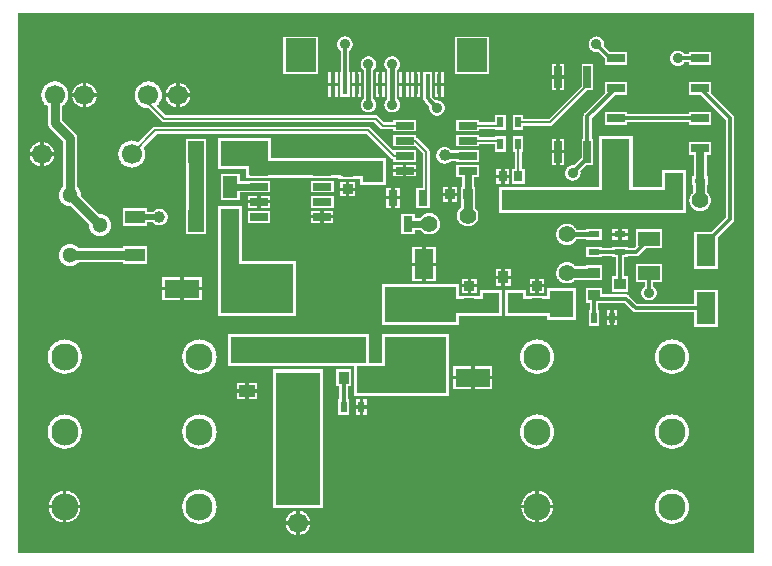
<source format=gtl>
%FSLAX46Y46*%
%MOMM*%
%ADD13C,0.200000*%
%ADD10C,0.300000*%
%ADD12C,0.400000*%
%ADD14C,0.500000*%
%ADD18C,0.575000*%
%ADD19C,0.580000*%
%ADD20C,0.600000*%
%ADD16C,0.700000*%
%ADD17C,0.750000*%
%ADD15C,0.800000*%
%ADD11C,1.300000*%
%AMPS45*
1,1,2.300000,0.000000,0.000000*
%
%ADD45PS45*%
%AMPS44*
1,1,1.300000,0.000000,0.000000*
%
%ADD44PS44*%
%AMPS35*
1,1,1.700000,0.000000,0.000000*
%
%ADD35PS35*%
%AMPS61*
1,1,1.700000,0.000000,0.000000*
%
%ADD61PS61*%
%AMPS64*
1,1,1.700000,0.000000,0.000000*
%
%ADD64PS64*%
%AMPS42*
21,1,1.594948,2.741421,0.000000,0.000000,0.000000*
%
%ADD42PS42*%
%AMPS43*
21,1,1.594948,2.741421,0.000000,0.000000,180.000000*
%
%ADD43PS43*%
%AMPS47*
21,1,1.600000,2.950000,0.000000,0.000000,90.000000*
%
%ADD47PS47*%
%AMPS46*
21,1,1.600000,2.950000,0.000000,0.000000,270.000000*
%
%ADD46PS46*%
%AMPS58*
21,1,0.600000,1.550000,0.000000,0.000000,90.000000*
%
%ADD58PS58*%
%AMPS57*
21,1,0.600000,1.550000,0.000000,0.000000,270.000000*
%
%ADD57PS57*%
%AMPS68*
21,1,1.600000,2.500000,0.000000,0.000000,0.000000*
%
%ADD68PS68*%
%AMPS67*
21,1,1.600000,2.500000,0.000000,0.000000,180.000000*
%
%ADD67PS67*%
%AMPS23*
21,1,0.900000,1.000000,0.000000,0.000000,0.000000*
%
%ADD23PS23*%
%AMPS52*
21,1,0.900000,1.000000,0.000000,0.000000,90.000000*
%
%ADD52PS52*%
%AMPS24*
21,1,0.900000,1.000000,0.000000,0.000000,180.000000*
%
%ADD24PS24*%
%AMPS51*
21,1,0.900000,1.000000,0.000000,0.000000,270.000000*
%
%ADD51PS51*%
%AMPS62*
21,1,0.400000,1.700000,0.000000,0.000000,180.000000*
%
%ADD62PS62*%
%AMPS55*
21,1,0.400000,0.900000,0.000000,0.000000,90.000000*
%
%ADD55PS55*%
%AMPS56*
21,1,0.400000,0.900000,0.000000,0.000000,270.000000*
%
%ADD56PS56*%
%AMPS36*
21,1,1.300000,1.000000,0.000000,0.000000,0.000000*
%
%ADD36PS36*%
%AMPS37*
21,1,1.300000,1.000000,0.000000,0.000000,180.000000*
%
%ADD37PS37*%
%AMPS31*
21,1,0.600000,1.800000,0.000000,0.000000,0.000000*
%
%ADD31PS31*%
%AMPS32*
21,1,0.600000,1.800000,0.000000,0.000000,180.000000*
%
%ADD32PS32*%
%AMPS34*
21,1,0.701421,1.491421,0.000000,0.000000,90.000000*
%
%ADD34PS34*%
%AMPS33*
21,1,0.701421,1.491421,0.000000,0.000000,270.000000*
%
%ADD33PS33*%
%AMPS63*
21,1,2.500000,2.800000,0.000000,0.000000,180.000000*
%
%ADD63PS63*%
%AMPS41*
21,1,1.800000,1.340000,0.000000,0.000000,90.000000*
%
%ADD41PS41*%
%AMPS40*
21,1,1.800000,1.340000,0.000000,0.000000,270.000000*
%
%ADD40PS40*%
%AMPS30*
21,1,1.800000,1.200000,0.000000,0.000000,0.000000*
%
%ADD30PS30*%
%AMPS59*
21,1,1.800000,1.200000,0.000000,0.000000,90.000000*
%
%ADD59PS59*%
%AMPS29*
21,1,1.800000,1.200000,0.000000,0.000000,180.000000*
%
%ADD29PS29*%
%AMPS60*
21,1,1.800000,1.200000,0.000000,0.000000,270.000000*
%
%ADD60PS60*%
%AMPS39*
21,1,0.900000,0.500000,0.000000,0.000000,0.000000*
%
%ADD39PS39*%
%AMPS27*
21,1,0.900000,0.500000,0.000000,0.000000,90.000000*
%
%ADD27PS27*%
%AMPS38*
21,1,0.900000,0.500000,0.000000,0.000000,180.000000*
%
%ADD38PS38*%
%AMPS28*
21,1,0.900000,0.500000,0.000000,0.000000,270.000000*
%
%ADD28PS28*%
%AMPS66*
21,1,1.700000,1.100000,0.000000,0.000000,0.000000*
%
%ADD66PS66*%
%AMPS65*
21,1,1.700000,1.100000,0.000000,0.000000,180.000000*
%
%ADD65PS65*%
%AMPS50*
21,1,0.700000,0.900000,0.000000,0.000000,0.000000*
%
%ADD50PS50*%
%AMPS49*
21,1,0.700000,0.900000,0.000000,0.000000,180.000000*
%
%ADD49PS49*%
%AMPS48*
21,1,0.750000,1.300000,0.000000,0.000000,0.000000*
%
%ADD48PS48*%
%AMPS22*
21,1,1.831662,1.171341,0.000000,0.000000,0.000000*
%
%ADD22PS22*%
%AMPS21*
21,1,1.831662,1.171341,0.000000,0.000000,180.000000*
%
%ADD21PS21*%
%AMPS26*
21,1,0.850000,0.800000,0.000000,0.000000,0.000000*
%
%ADD26PS26*%
%AMPS54*
21,1,0.850000,0.800000,0.000000,0.000000,90.000000*
%
%ADD54PS54*%
%AMPS25*
21,1,0.850000,0.800000,0.000000,0.000000,180.000000*
%
%ADD25PS25*%
%AMPS53*
21,1,0.850000,0.800000,0.000000,0.000000,270.000000*
%
%ADD53PS53*%
%AMPS70*
1,1,1.400000,0.000000,0.000000*
%
%ADD70PS70*%
%AMPS72*
1,1,0.700000,0.000000,0.000000*
%
%ADD72PS72*%
%AMPS71*
1,1,0.900000,0.000000,0.000000*
%
%ADD71PS71*%
%AMPS73*
1,1,1.000000,0.000000,0.000000*
%
%ADD73PS73*%
%AMPS69*
1,1,0.700000,0.000000,0.000000*
%
%ADD69PS69*%
G01*
%LPD*%
G36*
X62640000Y360000D02*
X62640000Y46040000D01*
X360000Y46040000D01*
X360000Y360000D01*
X62640000Y360000D01*
D02*
G37*
%LPC*%
G36*
X28395000Y38955000D02*
X27605000Y38955000D01*
X27605000Y41045000D01*
X27645000Y41045000D01*
X27645000Y42848483D01*
X27584319Y42893485D01*
X27536670Y42936670D01*
X27493488Y42984316D01*
X27455182Y43035966D01*
X27422123Y43091122D01*
X27394634Y43149243D01*
X27372968Y43209790D01*
X27357345Y43272167D01*
X27347909Y43335774D01*
X27344753Y43400000D01*
X27347909Y43464226D01*
X27357345Y43527833D01*
X27372968Y43590210D01*
X27394634Y43650757D01*
X27422123Y43708878D01*
X27455182Y43764034D01*
X27493488Y43815684D01*
X27536670Y43863330D01*
X27584316Y43906512D01*
X27635966Y43944818D01*
X27691122Y43977877D01*
X27749243Y44005366D01*
X27809790Y44027032D01*
X27872167Y44042655D01*
X27935774Y44052091D01*
X28000000Y44055247D01*
X28064226Y44052091D01*
X28127833Y44042655D01*
X28190210Y44027032D01*
X28250757Y44005366D01*
X28308878Y43977877D01*
X28364034Y43944818D01*
X28415684Y43906512D01*
X28463330Y43863330D01*
X28506512Y43815684D01*
X28544818Y43764034D01*
X28577877Y43708878D01*
X28605366Y43650757D01*
X28627032Y43590210D01*
X28642655Y43527833D01*
X28652091Y43464226D01*
X28655247Y43400000D01*
X28652091Y43335774D01*
X28642655Y43272167D01*
X28627032Y43209790D01*
X28605366Y43149243D01*
X28577877Y43091122D01*
X28544818Y43035966D01*
X28506512Y42984316D01*
X28463330Y42936670D01*
X28415681Y42893485D01*
X28355000Y42848483D01*
X28355000Y41045000D01*
X28395000Y41045000D01*
X28395000Y38955000D01*
D02*
G37*
%LPC*%
G36*
X51865710Y41664290D02*
X49984290Y41664290D01*
X49984290Y42213663D01*
X49438960Y42758995D01*
X49364226Y42747909D01*
X49300000Y42744753D01*
X49235774Y42747909D01*
X49172167Y42757345D01*
X49109790Y42772968D01*
X49049243Y42794634D01*
X48991122Y42822123D01*
X48935966Y42855182D01*
X48884316Y42893488D01*
X48836670Y42936670D01*
X48793488Y42984316D01*
X48755182Y43035966D01*
X48722123Y43091122D01*
X48694634Y43149243D01*
X48672968Y43209790D01*
X48657345Y43272167D01*
X48647909Y43335774D01*
X48644753Y43400000D01*
X48647909Y43464226D01*
X48657345Y43527833D01*
X48672968Y43590210D01*
X48694634Y43650757D01*
X48722123Y43708878D01*
X48755182Y43764034D01*
X48793488Y43815684D01*
X48836670Y43863330D01*
X48884316Y43906512D01*
X48935966Y43944818D01*
X48991122Y43977877D01*
X49049243Y44005366D01*
X49109790Y44027032D01*
X49172167Y44042655D01*
X49235774Y44052091D01*
X49300000Y44055247D01*
X49364226Y44052091D01*
X49427833Y44042655D01*
X49490210Y44027032D01*
X49550757Y44005366D01*
X49608878Y43977877D01*
X49664034Y43944818D01*
X49715684Y43906512D01*
X49763330Y43863330D01*
X49806512Y43815684D01*
X49844818Y43764034D01*
X49877877Y43708878D01*
X49905366Y43650757D01*
X49927032Y43590210D01*
X49942655Y43527833D01*
X49952091Y43464226D01*
X49955247Y43400000D01*
X49952091Y43335774D01*
X49941005Y43261040D01*
X50446337Y42755710D01*
X51865710Y42755710D01*
X51865710Y41664290D01*
D02*
G37*
%LPC*%
G36*
X40195000Y40855000D02*
X37305000Y40855000D01*
X37305000Y44045000D01*
X40195000Y44045000D01*
X40195000Y40855000D01*
D02*
G37*
%LPC*%
G36*
X25695000Y40855000D02*
X22805000Y40855000D01*
X22805000Y44045000D01*
X25695000Y44045000D01*
X25695000Y40855000D01*
D02*
G37*
%LPC*%
G36*
X56180000Y41554753D02*
X56115774Y41557909D01*
X56052167Y41567345D01*
X55989790Y41582968D01*
X55929243Y41604634D01*
X55871122Y41632123D01*
X55815966Y41665182D01*
X55764316Y41703488D01*
X55716670Y41746670D01*
X55673488Y41794316D01*
X55635182Y41845966D01*
X55602123Y41901122D01*
X55574634Y41959243D01*
X55552968Y42019790D01*
X55537345Y42082167D01*
X55527909Y42145774D01*
X55524753Y42210000D01*
X55527909Y42274226D01*
X55537345Y42337833D01*
X55552968Y42400210D01*
X55574634Y42460757D01*
X55602123Y42518878D01*
X55635182Y42574034D01*
X55673488Y42625684D01*
X55716670Y42673330D01*
X55764316Y42716512D01*
X55815966Y42754818D01*
X55871122Y42787877D01*
X55929243Y42815366D01*
X55989790Y42837032D01*
X56052167Y42852655D01*
X56115774Y42862091D01*
X56180000Y42865247D01*
X56244226Y42862091D01*
X56307833Y42852655D01*
X56370210Y42837032D01*
X56430757Y42815366D01*
X56488878Y42787877D01*
X56544034Y42754818D01*
X56595684Y42716512D01*
X56643330Y42673330D01*
X56686515Y42625681D01*
X56731517Y42565000D01*
X57134290Y42565000D01*
X57134290Y42755710D01*
X59015710Y42755710D01*
X59015710Y41664290D01*
X57134290Y41664290D01*
X57134290Y41855000D01*
X56731517Y41855000D01*
X56686515Y41794319D01*
X56643330Y41746670D01*
X56595684Y41703488D01*
X56544034Y41665182D01*
X56488878Y41632123D01*
X56430757Y41604634D01*
X56370210Y41582968D01*
X56307833Y41567345D01*
X56244226Y41557909D01*
X56180000Y41554753D01*
D02*
G37*
%LPC*%
G36*
X30000000Y37624753D02*
X29935774Y37627909D01*
X29872167Y37637345D01*
X29809790Y37652968D01*
X29749243Y37674634D01*
X29691122Y37702123D01*
X29635966Y37735182D01*
X29584316Y37773488D01*
X29536670Y37816670D01*
X29493488Y37864316D01*
X29455182Y37915966D01*
X29422123Y37971122D01*
X29394634Y38029243D01*
X29372968Y38089790D01*
X29357345Y38152167D01*
X29347909Y38215774D01*
X29344753Y38280000D01*
X29347909Y38344226D01*
X29357345Y38407833D01*
X29372968Y38470210D01*
X29394634Y38530757D01*
X29422123Y38588878D01*
X29455182Y38644034D01*
X29493488Y38695684D01*
X29536670Y38743329D01*
X29595000Y38796195D01*
X29595000Y41203805D01*
X29536670Y41256671D01*
X29493488Y41304316D01*
X29455182Y41355966D01*
X29422123Y41411122D01*
X29394634Y41469243D01*
X29372968Y41529790D01*
X29357345Y41592167D01*
X29347909Y41655774D01*
X29344753Y41720000D01*
X29347909Y41784226D01*
X29357345Y41847833D01*
X29372968Y41910210D01*
X29394634Y41970757D01*
X29422123Y42028878D01*
X29455182Y42084034D01*
X29493488Y42135684D01*
X29536670Y42183330D01*
X29584316Y42226512D01*
X29635966Y42264818D01*
X29691122Y42297877D01*
X29749243Y42325366D01*
X29809790Y42347032D01*
X29872167Y42362655D01*
X29935774Y42372091D01*
X30000000Y42375247D01*
X30064226Y42372091D01*
X30127833Y42362655D01*
X30190210Y42347032D01*
X30250757Y42325366D01*
X30308878Y42297877D01*
X30364034Y42264818D01*
X30415684Y42226512D01*
X30463330Y42183330D01*
X30506512Y42135684D01*
X30544818Y42084034D01*
X30577877Y42028878D01*
X30605366Y41970757D01*
X30627032Y41910210D01*
X30642655Y41847833D01*
X30652091Y41784226D01*
X30655247Y41720000D01*
X30652091Y41655774D01*
X30642655Y41592167D01*
X30627032Y41529790D01*
X30605366Y41469243D01*
X30577877Y41411122D01*
X30544818Y41355966D01*
X30506512Y41304316D01*
X30463330Y41256671D01*
X30405000Y41203805D01*
X30405000Y38796195D01*
X30463330Y38743329D01*
X30506512Y38695684D01*
X30544818Y38644034D01*
X30577877Y38588878D01*
X30605366Y38530757D01*
X30627032Y38470210D01*
X30642655Y38407833D01*
X30652091Y38344226D01*
X30655247Y38280000D01*
X30652091Y38215774D01*
X30642655Y38152167D01*
X30627032Y38089790D01*
X30605366Y38029243D01*
X30577877Y37971122D01*
X30544818Y37915966D01*
X30506512Y37864316D01*
X30463330Y37816670D01*
X30415684Y37773488D01*
X30364034Y37735182D01*
X30308878Y37702123D01*
X30250757Y37674634D01*
X30190210Y37652968D01*
X30127833Y37637345D01*
X30064226Y37627909D01*
X30000000Y37624753D01*
D02*
G37*
%LPC*%
G36*
X32000000Y37624753D02*
X31935774Y37627909D01*
X31872167Y37637345D01*
X31809790Y37652968D01*
X31749243Y37674634D01*
X31691122Y37702123D01*
X31635966Y37735182D01*
X31584316Y37773488D01*
X31536670Y37816670D01*
X31493488Y37864316D01*
X31455182Y37915966D01*
X31422123Y37971122D01*
X31394634Y38029243D01*
X31372968Y38089790D01*
X31357345Y38152167D01*
X31347909Y38215774D01*
X31344753Y38280000D01*
X31347909Y38344226D01*
X31357345Y38407833D01*
X31372968Y38470210D01*
X31394634Y38530757D01*
X31422123Y38588878D01*
X31455182Y38644034D01*
X31493488Y38695684D01*
X31536670Y38743329D01*
X31595000Y38796195D01*
X31595000Y41203805D01*
X31536670Y41256671D01*
X31493488Y41304316D01*
X31455182Y41355966D01*
X31422123Y41411122D01*
X31394634Y41469243D01*
X31372968Y41529790D01*
X31357345Y41592167D01*
X31347909Y41655774D01*
X31344753Y41720000D01*
X31347909Y41784226D01*
X31357345Y41847833D01*
X31372968Y41910210D01*
X31394634Y41970757D01*
X31422123Y42028878D01*
X31455182Y42084034D01*
X31493488Y42135684D01*
X31536670Y42183330D01*
X31584316Y42226512D01*
X31635966Y42264818D01*
X31691122Y42297877D01*
X31749243Y42325366D01*
X31809790Y42347032D01*
X31872167Y42362655D01*
X31935774Y42372091D01*
X32000000Y42375247D01*
X32064226Y42372091D01*
X32127833Y42362655D01*
X32190210Y42347032D01*
X32250757Y42325366D01*
X32308878Y42297877D01*
X32364034Y42264818D01*
X32415684Y42226512D01*
X32463330Y42183330D01*
X32506512Y42135684D01*
X32544818Y42084034D01*
X32577877Y42028878D01*
X32605366Y41970757D01*
X32627032Y41910210D01*
X32642655Y41847833D01*
X32652091Y41784226D01*
X32655247Y41720000D01*
X32652091Y41655774D01*
X32642655Y41592167D01*
X32627032Y41529790D01*
X32605366Y41469243D01*
X32577877Y41411122D01*
X32544818Y41355966D01*
X32506512Y41304316D01*
X32463330Y41256671D01*
X32405000Y41203805D01*
X32405000Y38796195D01*
X32463330Y38743329D01*
X32506512Y38695684D01*
X32544818Y38644034D01*
X32577877Y38588878D01*
X32605366Y38530757D01*
X32627032Y38470210D01*
X32642655Y38407833D01*
X32652091Y38344226D01*
X32655247Y38280000D01*
X32652091Y38215774D01*
X32642655Y38152167D01*
X32627032Y38089790D01*
X32605366Y38029243D01*
X32577877Y37971122D01*
X32544818Y37915966D01*
X32506512Y37864316D01*
X32463330Y37816670D01*
X32415684Y37773488D01*
X32364034Y37735182D01*
X32308878Y37702123D01*
X32250757Y37674634D01*
X32190210Y37652968D01*
X32127833Y37637345D01*
X32064226Y37627909D01*
X32000000Y37624753D01*
D02*
G37*
%LPC*%
G36*
X43115000Y36135000D02*
X42225000Y36135000D01*
X42225000Y37425000D01*
X43115000Y37425000D01*
X43115000Y37085000D01*
X45253665Y37085000D01*
X48045000Y39876335D01*
X48045000Y41695000D01*
X49035000Y41695000D01*
X49035000Y39505000D01*
X48536335Y39505000D01*
X45602241Y36570906D01*
X45595767Y36563137D01*
X45550001Y36525578D01*
X45497098Y36497301D01*
X45439699Y36479887D01*
X45390066Y36475000D01*
X43115000Y36475000D01*
X43115000Y36135000D01*
D02*
G37*
%LPC*%
G36*
X46530000Y40750000D02*
X46190000Y40750000D01*
X46190000Y41690000D01*
X46530000Y41690000D01*
X46530000Y40750000D01*
D02*
G37*
%LPC*%
G36*
X45890000Y40750000D02*
X45550000Y40750000D01*
X45550000Y41690000D01*
X45890000Y41690000D01*
X45890000Y40750000D01*
D02*
G37*
%LPC*%
G36*
X35800000Y37344753D02*
X35735774Y37347909D01*
X35672167Y37357345D01*
X35609790Y37372968D01*
X35549243Y37394634D01*
X35491122Y37422123D01*
X35435966Y37455182D01*
X35384316Y37493488D01*
X35336670Y37536670D01*
X35293488Y37584316D01*
X35255182Y37635966D01*
X35222123Y37691122D01*
X35194634Y37749243D01*
X35172968Y37809790D01*
X35157345Y37872167D01*
X35147909Y37935774D01*
X35144753Y38000000D01*
X35147909Y38064226D01*
X35158995Y38138960D01*
X34756215Y38541738D01*
X34748372Y38548155D01*
X34704003Y38602223D01*
X34671106Y38663770D01*
X34650849Y38730548D01*
X34645000Y38789935D01*
X34645000Y38955000D01*
X34605000Y38955000D01*
X34605000Y41045000D01*
X35395000Y41045000D01*
X35395000Y38907047D01*
X35486537Y38815510D01*
X35661040Y38641005D01*
X35735774Y38652091D01*
X35800000Y38655247D01*
X35864226Y38652091D01*
X35927833Y38642655D01*
X35990210Y38627032D01*
X36050757Y38605366D01*
X36108878Y38577877D01*
X36164034Y38544818D01*
X36215684Y38506512D01*
X36263330Y38463330D01*
X36306512Y38415684D01*
X36344818Y38364034D01*
X36377877Y38308878D01*
X36405366Y38250757D01*
X36427032Y38190210D01*
X36442655Y38127833D01*
X36452091Y38064226D01*
X36455247Y38000000D01*
X36452091Y37935774D01*
X36442655Y37872167D01*
X36427032Y37809790D01*
X36405366Y37749243D01*
X36377877Y37691122D01*
X36344818Y37635966D01*
X36306512Y37584316D01*
X36263330Y37536670D01*
X36215684Y37493488D01*
X36164034Y37455182D01*
X36108878Y37422123D01*
X36050757Y37394634D01*
X35990210Y37372968D01*
X35927833Y37357345D01*
X35864226Y37347909D01*
X35800000Y37344753D01*
D02*
G37*
%LPC*%
G36*
X28850000Y40150000D02*
X28610000Y40150000D01*
X28610000Y41040000D01*
X28850000Y41040000D01*
X28850000Y40150000D01*
D02*
G37*
%LPC*%
G36*
X26850000Y40150000D02*
X26610000Y40150000D01*
X26610000Y41040000D01*
X26850000Y41040000D01*
X26850000Y40150000D01*
D02*
G37*
%LPC*%
G36*
X27390000Y40150000D02*
X27150000Y40150000D01*
X27150000Y41040000D01*
X27390000Y41040000D01*
X27390000Y40150000D01*
D02*
G37*
%LPC*%
G36*
X29390000Y40150000D02*
X29150000Y40150000D01*
X29150000Y41040000D01*
X29390000Y41040000D01*
X29390000Y40150000D01*
D02*
G37*
%LPC*%
G36*
X30850000Y40150000D02*
X30610000Y40150000D01*
X30610000Y41040000D01*
X30850000Y41040000D01*
X30850000Y40150000D01*
D02*
G37*
%LPC*%
G36*
X31390000Y40150000D02*
X31150000Y40150000D01*
X31150000Y41040000D01*
X31390000Y41040000D01*
X31390000Y40150000D01*
D02*
G37*
%LPC*%
G36*
X32850000Y40150000D02*
X32610000Y40150000D01*
X32610000Y41040000D01*
X32850000Y41040000D01*
X32850000Y40150000D01*
D02*
G37*
%LPC*%
G36*
X33850000Y40150000D02*
X33610000Y40150000D01*
X33610000Y41040000D01*
X33850000Y41040000D01*
X33850000Y40150000D01*
D02*
G37*
%LPC*%
G36*
X34390000Y40150000D02*
X34150000Y40150000D01*
X34150000Y41040000D01*
X34390000Y41040000D01*
X34390000Y40150000D01*
D02*
G37*
%LPC*%
G36*
X35850000Y40150000D02*
X35610000Y40150000D01*
X35610000Y41040000D01*
X35850000Y41040000D01*
X35850000Y40150000D01*
D02*
G37*
%LPC*%
G36*
X36390000Y40150000D02*
X36150000Y40150000D01*
X36150000Y41040000D01*
X36390000Y41040000D01*
X36390000Y40150000D01*
D02*
G37*
%LPC*%
G36*
X33390000Y40150000D02*
X33150000Y40150000D01*
X33150000Y41040000D01*
X33390000Y41040000D01*
X33390000Y40150000D01*
D02*
G37*
%LPC*%
G36*
X46530000Y39510000D02*
X46190000Y39510000D01*
X46190000Y40450000D01*
X46530000Y40450000D01*
X46530000Y39510000D01*
D02*
G37*
%LPC*%
G36*
X45890000Y39510000D02*
X45550000Y39510000D01*
X45550000Y40450000D01*
X45890000Y40450000D01*
X45890000Y39510000D01*
D02*
G37*
%LPC*%
G36*
X34030000Y36015000D02*
X32090000Y36015000D01*
X32090000Y36205000D01*
X31209935Y36205000D01*
X31160301Y36209887D01*
X31102901Y36227301D01*
X31050001Y36255576D01*
X31003509Y36293732D01*
X30997095Y36301570D01*
X30503665Y36795000D01*
X12689935Y36795000D01*
X12640301Y36799887D01*
X12582901Y36817301D01*
X12530001Y36845576D01*
X12483509Y36883732D01*
X12477095Y36891570D01*
X11412365Y37956301D01*
X11352919Y37953382D01*
X11240653Y37958897D01*
X11129464Y37975391D01*
X11020436Y38002701D01*
X10914612Y38040565D01*
X10813007Y38088620D01*
X10716589Y38146411D01*
X10626308Y38213368D01*
X10543029Y38288849D01*
X10467548Y38372128D01*
X10400591Y38462409D01*
X10342800Y38558827D01*
X10294745Y38660432D01*
X10256881Y38766256D01*
X10229571Y38875284D01*
X10213077Y38986473D01*
X10207562Y39098737D01*
X10213077Y39211001D01*
X10229571Y39322190D01*
X10256881Y39431218D01*
X10294745Y39537042D01*
X10342800Y39638647D01*
X10400591Y39735065D01*
X10467548Y39825346D01*
X10543029Y39908625D01*
X10626308Y39984106D01*
X10716589Y40051063D01*
X10813007Y40108854D01*
X10914612Y40156909D01*
X11020436Y40194773D01*
X11129464Y40222083D01*
X11240653Y40238577D01*
X11352917Y40244092D01*
X11465181Y40238577D01*
X11576370Y40222083D01*
X11685398Y40194773D01*
X11791222Y40156909D01*
X11892827Y40108854D01*
X11989245Y40051063D01*
X12079526Y39984106D01*
X12162805Y39908625D01*
X12238286Y39825346D01*
X12305243Y39735065D01*
X12363034Y39638647D01*
X12411089Y39537042D01*
X12448953Y39431218D01*
X12476263Y39322190D01*
X12492757Y39211001D01*
X12498272Y39098737D01*
X12492757Y38986473D01*
X12476263Y38875284D01*
X12448953Y38766256D01*
X12411089Y38660432D01*
X12363034Y38558827D01*
X12305243Y38462409D01*
X12238286Y38372128D01*
X12162805Y38288849D01*
X12047234Y38184101D01*
X12826335Y37405000D01*
X30640075Y37405000D01*
X30689703Y37400110D01*
X30747097Y37382699D01*
X30800002Y37354421D01*
X30838542Y37322792D01*
X31346335Y36815000D01*
X32090000Y36815000D01*
X32090000Y37005000D01*
X34030000Y37005000D01*
X34030000Y36015000D01*
D02*
G37*
%LPC*%
G36*
X7270000Y27154645D02*
X7177339Y27159197D01*
X7085565Y27172811D01*
X6995578Y27195351D01*
X6908229Y27226606D01*
X6824356Y27266275D01*
X6744794Y27313962D01*
X6670274Y27369231D01*
X6601533Y27431533D01*
X6539231Y27500274D01*
X6483962Y27574794D01*
X6436275Y27654356D01*
X6396606Y27738229D01*
X6365351Y27825578D01*
X6342811Y27915565D01*
X6329197Y28007339D01*
X6324645Y28099999D01*
X6328848Y28185555D01*
X4815554Y29698848D01*
X4729999Y29694645D01*
X4637339Y29699197D01*
X4545565Y29712811D01*
X4455578Y29735351D01*
X4368229Y29766606D01*
X4284356Y29806275D01*
X4204794Y29853962D01*
X4130274Y29909231D01*
X4061533Y29971533D01*
X3999231Y30040274D01*
X3943962Y30114794D01*
X3896275Y30194356D01*
X3856606Y30278229D01*
X3825351Y30365578D01*
X3802811Y30455565D01*
X3789197Y30547339D01*
X3784645Y30640000D01*
X3789197Y30732661D01*
X3802811Y30824435D01*
X3825351Y30914422D01*
X3856606Y31001771D01*
X3896275Y31085644D01*
X3943962Y31165206D01*
X3999231Y31239726D01*
X4061534Y31308468D01*
X4125000Y31365990D01*
X4125000Y35219401D01*
X3032354Y36312047D01*
X3024513Y36318463D01*
X2949054Y36410410D01*
X2893054Y36515178D01*
X2858569Y36628858D01*
X2847917Y36737018D01*
X2847917Y38123177D01*
X2726308Y38213368D01*
X2643029Y38288849D01*
X2567548Y38372128D01*
X2500591Y38462409D01*
X2442800Y38558827D01*
X2394745Y38660432D01*
X2356881Y38766256D01*
X2329571Y38875284D01*
X2313077Y38986473D01*
X2307562Y39098737D01*
X2313077Y39211001D01*
X2329571Y39322190D01*
X2356881Y39431218D01*
X2394745Y39537042D01*
X2442800Y39638647D01*
X2500591Y39735065D01*
X2567548Y39825346D01*
X2643029Y39908625D01*
X2726308Y39984106D01*
X2816589Y40051063D01*
X2913007Y40108854D01*
X3014612Y40156909D01*
X3120436Y40194773D01*
X3229464Y40222083D01*
X3340653Y40238577D01*
X3452917Y40244092D01*
X3565181Y40238577D01*
X3676370Y40222083D01*
X3785398Y40194773D01*
X3891222Y40156909D01*
X3992827Y40108854D01*
X4089245Y40051063D01*
X4179526Y39984106D01*
X4262805Y39908625D01*
X4338286Y39825346D01*
X4405243Y39735065D01*
X4463034Y39638647D01*
X4511089Y39537042D01*
X4548953Y39431218D01*
X4576263Y39322190D01*
X4592757Y39211001D01*
X4598272Y39098737D01*
X4592757Y38986473D01*
X4576263Y38875284D01*
X4548953Y38766256D01*
X4511089Y38660432D01*
X4463034Y38558827D01*
X4405243Y38462409D01*
X4338286Y38372128D01*
X4262805Y38288849D01*
X4179526Y38213368D01*
X4057917Y38123177D01*
X4057917Y36997682D01*
X5164920Y35890677D01*
X5233864Y35806669D01*
X5289861Y35701905D01*
X5324349Y35588220D01*
X5335000Y35480076D01*
X5335000Y31365990D01*
X5398466Y31308468D01*
X5460769Y31239726D01*
X5516038Y31165206D01*
X5563725Y31085644D01*
X5603394Y31001771D01*
X5634649Y30914422D01*
X5657189Y30824435D01*
X5670803Y30732661D01*
X5675355Y30640000D01*
X5671152Y30554446D01*
X7184445Y29041152D01*
X7270001Y29045355D01*
X7362661Y29040803D01*
X7454435Y29027189D01*
X7544422Y29004649D01*
X7631771Y28973394D01*
X7715644Y28933725D01*
X7795206Y28886038D01*
X7869726Y28830769D01*
X7938467Y28768467D01*
X8000769Y28699726D01*
X8056038Y28625206D01*
X8103725Y28545644D01*
X8143394Y28461771D01*
X8174649Y28374422D01*
X8197189Y28284435D01*
X8210803Y28192661D01*
X8215355Y28100000D01*
X8210803Y28007339D01*
X8197189Y27915565D01*
X8174649Y27825578D01*
X8143394Y27738229D01*
X8103725Y27654356D01*
X8056038Y27574794D01*
X8000769Y27500274D01*
X7938467Y27431533D01*
X7869726Y27369231D01*
X7795206Y27313962D01*
X7715644Y27266275D01*
X7631771Y27226606D01*
X7544422Y27195351D01*
X7454435Y27172811D01*
X7362661Y27159197D01*
X7270000Y27154645D01*
D02*
G37*
%LPC*%
G36*
X59572474Y24384289D02*
X57587526Y24384289D01*
X57587526Y27515709D01*
X59033662Y27515709D01*
X60267500Y28749547D01*
X60267500Y36975453D01*
X58118664Y39124290D01*
X57134290Y39124290D01*
X57134290Y40215710D01*
X59015710Y40215710D01*
X59015710Y39231336D01*
X60880648Y37366397D01*
X60918496Y37320276D01*
X60951393Y37258729D01*
X60971651Y37191951D01*
X60977500Y37132577D01*
X60977500Y28592423D01*
X60971651Y28533048D01*
X60951393Y28466270D01*
X60918496Y28404722D01*
X60874720Y28351377D01*
X60866948Y28344901D01*
X59572474Y27050427D01*
X59572474Y24384289D01*
D02*
G37*
%LPC*%
G36*
X47300000Y31844753D02*
X47235774Y31847909D01*
X47172167Y31857345D01*
X47109790Y31872968D01*
X47049243Y31894634D01*
X46991122Y31922123D01*
X46935966Y31955182D01*
X46884316Y31993488D01*
X46836670Y32036670D01*
X46793488Y32084316D01*
X46755182Y32135966D01*
X46722123Y32191122D01*
X46694634Y32249243D01*
X46672968Y32309790D01*
X46657345Y32372167D01*
X46647909Y32435774D01*
X46644753Y32500000D01*
X46647909Y32564226D01*
X46657345Y32627833D01*
X46672968Y32690210D01*
X46694634Y32750757D01*
X46722123Y32808878D01*
X46755182Y32864034D01*
X46793488Y32915684D01*
X46836670Y32963330D01*
X46884316Y33006512D01*
X46935966Y33044818D01*
X46991122Y33077877D01*
X47049243Y33105366D01*
X47109790Y33127032D01*
X47172167Y33142655D01*
X47235774Y33152091D01*
X47300000Y33155247D01*
X47364226Y33152091D01*
X47438960Y33141005D01*
X48045000Y33747047D01*
X48045000Y35395000D01*
X48185000Y35395000D01*
X48185000Y37295066D01*
X48190849Y37354451D01*
X48211106Y37421229D01*
X48244003Y37482777D01*
X48287779Y37536122D01*
X48295551Y37542598D01*
X49984290Y39231336D01*
X49984290Y40215710D01*
X51865710Y40215710D01*
X51865710Y39124290D01*
X50881336Y39124290D01*
X48895000Y37137953D01*
X48895000Y35395000D01*
X49035000Y35395000D01*
X49035000Y33205000D01*
X48507047Y33205000D01*
X47941005Y32638960D01*
X47952091Y32564226D01*
X47955247Y32500000D01*
X47952091Y32435774D01*
X47942655Y32372167D01*
X47927032Y32309790D01*
X47905366Y32249243D01*
X47877877Y32191122D01*
X47844818Y32135966D01*
X47806512Y32084316D01*
X47763330Y32036670D01*
X47715684Y31993488D01*
X47664034Y31955182D01*
X47608878Y31922123D01*
X47550757Y31894634D01*
X47490210Y31872968D01*
X47427833Y31857345D01*
X47364226Y31847909D01*
X47300000Y31844753D01*
D02*
G37*
%LPC*%
G36*
X5802917Y39248737D02*
X4924823Y39248737D01*
X4932677Y39301679D01*
X4957482Y39400703D01*
X4991872Y39496816D01*
X5035512Y39589087D01*
X5088001Y39676660D01*
X5148812Y39758654D01*
X5217365Y39834289D01*
X5293000Y39902842D01*
X5374994Y39963653D01*
X5462567Y40016142D01*
X5554838Y40059782D01*
X5650951Y40094172D01*
X5749975Y40118977D01*
X5802917Y40126831D01*
X5802917Y39248737D01*
D02*
G37*
%LPC*%
G36*
X6981011Y39248737D02*
X6102917Y39248737D01*
X6102917Y40126831D01*
X6155859Y40118977D01*
X6254883Y40094172D01*
X6350996Y40059782D01*
X6443267Y40016142D01*
X6530840Y39963653D01*
X6612834Y39902842D01*
X6688469Y39834289D01*
X6757022Y39758654D01*
X6817833Y39676660D01*
X6870322Y39589087D01*
X6913962Y39496816D01*
X6948352Y39400703D01*
X6973157Y39301679D01*
X6981011Y39248737D01*
D02*
G37*
%LPC*%
G36*
X13702917Y39248737D02*
X12824823Y39248737D01*
X12832677Y39301679D01*
X12857482Y39400703D01*
X12891872Y39496816D01*
X12935512Y39589087D01*
X12988001Y39676660D01*
X13048812Y39758654D01*
X13117365Y39834289D01*
X13193000Y39902842D01*
X13274994Y39963653D01*
X13362567Y40016142D01*
X13454838Y40059782D01*
X13550951Y40094172D01*
X13649975Y40118977D01*
X13702917Y40126831D01*
X13702917Y39248737D01*
D02*
G37*
%LPC*%
G36*
X14881011Y39248737D02*
X14002917Y39248737D01*
X14002917Y40126831D01*
X14055859Y40118977D01*
X14154883Y40094172D01*
X14250996Y40059782D01*
X14343267Y40016142D01*
X14430840Y39963653D01*
X14512834Y39902842D01*
X14588469Y39834289D01*
X14657022Y39758654D01*
X14717833Y39676660D01*
X14770322Y39589087D01*
X14813962Y39496816D01*
X14848352Y39400703D01*
X14873157Y39301679D01*
X14881011Y39248737D01*
D02*
G37*
%LPC*%
G36*
X29390000Y38960000D02*
X29150000Y38960000D01*
X29150000Y39850000D01*
X29390000Y39850000D01*
X29390000Y38960000D01*
D02*
G37*
%LPC*%
G36*
X30850000Y38960000D02*
X30610000Y38960000D01*
X30610000Y39850000D01*
X30850000Y39850000D01*
X30850000Y38960000D01*
D02*
G37*
%LPC*%
G36*
X31390000Y38960000D02*
X31150000Y38960000D01*
X31150000Y39850000D01*
X31390000Y39850000D01*
X31390000Y38960000D01*
D02*
G37*
%LPC*%
G36*
X32850000Y38960000D02*
X32610000Y38960000D01*
X32610000Y39850000D01*
X32850000Y39850000D01*
X32850000Y38960000D01*
D02*
G37*
%LPC*%
G36*
X33390000Y38960000D02*
X33150000Y38960000D01*
X33150000Y39850000D01*
X33390000Y39850000D01*
X33390000Y38960000D01*
D02*
G37*
%LPC*%
G36*
X33850000Y38960000D02*
X33610000Y38960000D01*
X33610000Y39850000D01*
X33850000Y39850000D01*
X33850000Y38960000D01*
D02*
G37*
%LPC*%
G36*
X34390000Y38960000D02*
X34150000Y38960000D01*
X34150000Y39850000D01*
X34390000Y39850000D01*
X34390000Y38960000D01*
D02*
G37*
%LPC*%
G36*
X35850000Y38960000D02*
X35610000Y38960000D01*
X35610000Y39850000D01*
X35850000Y39850000D01*
X35850000Y38960000D01*
D02*
G37*
%LPC*%
G36*
X36390000Y38960000D02*
X36150000Y38960000D01*
X36150000Y39850000D01*
X36390000Y39850000D01*
X36390000Y38960000D01*
D02*
G37*
%LPC*%
G36*
X28850000Y38960000D02*
X28610000Y38960000D01*
X28610000Y39850000D01*
X28850000Y39850000D01*
X28850000Y38960000D01*
D02*
G37*
%LPC*%
G36*
X27390000Y38960000D02*
X27150000Y38960000D01*
X27150000Y39850000D01*
X27390000Y39850000D01*
X27390000Y38960000D01*
D02*
G37*
%LPC*%
G36*
X26850000Y38960000D02*
X26610000Y38960000D01*
X26610000Y39850000D01*
X26850000Y39850000D01*
X26850000Y38960000D01*
D02*
G37*
%LPC*%
G36*
X6102917Y38070643D02*
X6102917Y38948737D01*
X6981011Y38948737D01*
X6973157Y38895795D01*
X6948352Y38796771D01*
X6913962Y38700658D01*
X6870322Y38608387D01*
X6817833Y38520814D01*
X6757022Y38438820D01*
X6688469Y38363185D01*
X6612834Y38294632D01*
X6530840Y38233821D01*
X6443267Y38181332D01*
X6350996Y38137692D01*
X6254883Y38103302D01*
X6155859Y38078497D01*
X6102917Y38070643D01*
D02*
G37*
%LPC*%
G36*
X5802917Y38070643D02*
X5749975Y38078497D01*
X5650951Y38103302D01*
X5554838Y38137692D01*
X5462567Y38181332D01*
X5374994Y38233821D01*
X5293000Y38294632D01*
X5217365Y38363185D01*
X5148812Y38438820D01*
X5088001Y38520814D01*
X5035512Y38608387D01*
X4991872Y38700658D01*
X4957482Y38796771D01*
X4932677Y38895795D01*
X4924823Y38948737D01*
X5802917Y38948737D01*
X5802917Y38070643D01*
D02*
G37*
%LPC*%
G36*
X13702917Y38070643D02*
X13649975Y38078497D01*
X13550951Y38103302D01*
X13454838Y38137692D01*
X13362567Y38181332D01*
X13274994Y38233821D01*
X13193000Y38294632D01*
X13117365Y38363185D01*
X13048812Y38438820D01*
X12988001Y38520814D01*
X12935512Y38608387D01*
X12891872Y38700658D01*
X12857482Y38796771D01*
X12832677Y38895795D01*
X12824823Y38948737D01*
X13702917Y38948737D01*
X13702917Y38070643D01*
D02*
G37*
%LPC*%
G36*
X14002917Y38070643D02*
X14002917Y38948737D01*
X14881011Y38948737D01*
X14873157Y38895795D01*
X14848352Y38796771D01*
X14813962Y38700658D01*
X14770322Y38608387D01*
X14717833Y38520814D01*
X14657022Y38438820D01*
X14588469Y38363185D01*
X14512834Y38294632D01*
X14430840Y38233821D01*
X14343267Y38181332D01*
X14250996Y38137692D01*
X14154883Y38103302D01*
X14055859Y38078497D01*
X14002917Y38070643D01*
D02*
G37*
%LPC*%
G36*
X51865710Y36584290D02*
X49984290Y36584290D01*
X49984290Y37675710D01*
X51865710Y37675710D01*
X51865710Y37485000D01*
X57134290Y37485000D01*
X57134290Y37675710D01*
X59015710Y37675710D01*
X59015710Y36584290D01*
X57134290Y36584290D01*
X57134290Y36775000D01*
X51865710Y36775000D01*
X51865710Y36584290D01*
D02*
G37*
%LPC*%
G36*
X39370000Y36015000D02*
X37430000Y36015000D01*
X37430000Y37005000D01*
X39370000Y37005000D01*
X39370000Y36815000D01*
X40725000Y36815000D01*
X40725000Y37425000D01*
X41615000Y37425000D01*
X41615000Y36135000D01*
X40725000Y36135000D01*
X40725000Y36205000D01*
X39370000Y36205000D01*
X39370000Y36015000D01*
D02*
G37*
%LPC*%
G36*
X9960000Y32954645D02*
X9847736Y32960160D01*
X9736547Y32976654D01*
X9627519Y33003964D01*
X9521695Y33041828D01*
X9420090Y33089883D01*
X9323672Y33147674D01*
X9233391Y33214631D01*
X9150112Y33290112D01*
X9074631Y33373391D01*
X9007674Y33463672D01*
X8949883Y33560090D01*
X8901828Y33661695D01*
X8863964Y33767519D01*
X8836654Y33876547D01*
X8820160Y33987736D01*
X8814645Y34100000D01*
X8820160Y34212264D01*
X8836654Y34323453D01*
X8863964Y34432481D01*
X8901828Y34538305D01*
X8949883Y34639910D01*
X9007674Y34736328D01*
X9074631Y34826609D01*
X9150112Y34909888D01*
X9233391Y34985369D01*
X9323672Y35052326D01*
X9420090Y35110117D01*
X9521695Y35158172D01*
X9627519Y35196036D01*
X9736547Y35223346D01*
X9847736Y35239840D01*
X9960000Y35245355D01*
X10072264Y35239840D01*
X10183453Y35223346D01*
X10292481Y35196036D01*
X10398304Y35158172D01*
X10526301Y35097634D01*
X11737758Y36309093D01*
X11744232Y36316862D01*
X11789998Y36354421D01*
X11842900Y36382698D01*
X11900300Y36400112D01*
X11949923Y36405000D01*
X30010075Y36405000D01*
X30059703Y36400110D01*
X30117097Y36382699D01*
X30170002Y36354421D01*
X30208542Y36322792D01*
X31966537Y34564798D01*
X32076335Y34455000D01*
X34030000Y34455000D01*
X34030000Y33465000D01*
X32090000Y33465000D01*
X32090000Y33656948D01*
X32022900Y33677301D01*
X31970001Y33705576D01*
X31923509Y33743732D01*
X31917095Y33751570D01*
X29873665Y35795000D01*
X12086335Y35795000D01*
X10957636Y34666301D01*
X11018173Y34538301D01*
X11056036Y34432481D01*
X11083346Y34323453D01*
X11099840Y34212264D01*
X11105355Y34100000D01*
X11099840Y33987736D01*
X11083346Y33876547D01*
X11056036Y33767519D01*
X11018172Y33661695D01*
X10970117Y33560090D01*
X10912326Y33463672D01*
X10845369Y33373391D01*
X10769888Y33290112D01*
X10686609Y33214631D01*
X10596328Y33147674D01*
X10499910Y33089883D01*
X10398305Y33041828D01*
X10292481Y33003964D01*
X10183453Y32976654D01*
X10072264Y32960160D01*
X9960000Y32954645D01*
D02*
G37*
%LPC*%
G36*
X41615000Y34305000D02*
X40725000Y34305000D01*
X40725000Y34935000D01*
X39370000Y34935000D01*
X39370000Y34745000D01*
X37430000Y34745000D01*
X37430000Y35735000D01*
X39370000Y35735000D01*
X39370000Y35545000D01*
X40725000Y35545000D01*
X40725000Y35595000D01*
X41615000Y35595000D01*
X41615000Y34305000D01*
D02*
G37*
%LPC*%
G36*
X35200000Y29555000D02*
X34060000Y29555000D01*
X34060000Y31245000D01*
X34590000Y31245000D01*
X34590000Y34148665D01*
X33993665Y34745000D01*
X32090000Y34745000D01*
X32090000Y35735000D01*
X34030000Y35735000D01*
X34030000Y35531837D01*
X34100003Y35494420D01*
X34138542Y35462792D01*
X35117792Y34483542D01*
X35149421Y34445002D01*
X35177699Y34392097D01*
X35195110Y34334703D01*
X35200000Y34285075D01*
X35200000Y29555000D01*
D02*
G37*
%LPC*%
G36*
X56855000Y29099000D02*
X41045000Y29099000D01*
X41045000Y31300000D01*
X49545000Y31300000D01*
X49545000Y35655000D01*
X52355000Y35655000D01*
X52355000Y31300000D01*
X54845000Y31300000D01*
X54845000Y32755000D01*
X56855000Y32755000D01*
X56855000Y29099000D01*
D02*
G37*
%LPD*%
G36*
X56600000Y29354000D02*
X56600000Y32500000D01*
X55100000Y32500000D01*
X55100000Y31045000D01*
X52100000Y31045000D01*
X52100000Y35400000D01*
X49800000Y35400000D01*
X49800000Y31045000D01*
X41300000Y31045000D01*
X41300000Y29354000D01*
X56600000Y29354000D01*
D02*
G37*
%LPC*%
G36*
X43215000Y31555000D02*
X42125000Y31555000D01*
X42125000Y32845000D01*
X42365000Y32845000D01*
X42365000Y34305000D01*
X42225000Y34305000D01*
X42225000Y35595000D01*
X43115000Y35595000D01*
X43115000Y34305000D01*
X42975000Y34305000D01*
X42975000Y32845000D01*
X43215000Y32845000D01*
X43215000Y31555000D01*
D02*
G37*
%LPC*%
G36*
X31455000Y31465000D02*
X29245000Y31465000D01*
X29245000Y31955000D01*
X27455000Y31955000D01*
X27455000Y32055000D01*
X19600000Y32055000D01*
X19600000Y32790000D01*
X17239000Y32790000D01*
X17239000Y35495000D01*
X21760734Y35495000D01*
X21755734Y33755000D01*
X31455000Y33755000D01*
X31455000Y31465000D01*
D02*
G37*
%LPD*%
G36*
X31200000Y31720000D02*
X31200000Y33500000D01*
X21500000Y33500000D01*
X21505000Y35240000D01*
X17494000Y35240000D01*
X17494000Y33045000D01*
X19855000Y33045000D01*
X19855000Y32310000D01*
X27710000Y32310000D01*
X27710000Y32210000D01*
X29500000Y32210000D01*
X29500000Y31720000D01*
X31200000Y31720000D01*
D02*
G37*
%LPC*%
G36*
X45890000Y34450000D02*
X45550000Y34450000D01*
X45550000Y35390000D01*
X45890000Y35390000D01*
X45890000Y34450000D01*
D02*
G37*
%LPC*%
G36*
X46530000Y34450000D02*
X46190000Y34450000D01*
X46190000Y35390000D01*
X46530000Y35390000D01*
X46530000Y34450000D01*
D02*
G37*
%LPC*%
G36*
X16261117Y27345000D02*
X14531117Y27345000D01*
X14531117Y29535000D01*
X14541117Y29535000D01*
X14541117Y33145000D01*
X14531117Y33145000D01*
X14531117Y35335000D01*
X16261117Y35335000D01*
X16261117Y33145000D01*
X16251117Y33145000D01*
X16251117Y29535000D01*
X16261117Y29535000D01*
X16261117Y27345000D01*
D02*
G37*
%LPC*%
G36*
X58075000Y29274753D02*
X57986268Y29279113D01*
X57898388Y29292149D01*
X57812224Y29313731D01*
X57728579Y29343661D01*
X57648263Y29381648D01*
X57572079Y29427310D01*
X57500715Y29480237D01*
X57434894Y29539894D01*
X57375237Y29605715D01*
X57322310Y29677079D01*
X57276648Y29753263D01*
X57238661Y29833579D01*
X57208731Y29917224D01*
X57187149Y30003388D01*
X57174113Y30091268D01*
X57169753Y30180000D01*
X57174113Y30268732D01*
X57187149Y30356612D01*
X57208731Y30442776D01*
X57238661Y30526421D01*
X57276648Y30606737D01*
X57322310Y30682921D01*
X57375237Y30754285D01*
X57434892Y30820104D01*
X57470000Y30851923D01*
X57470000Y31435000D01*
X57430000Y31435000D01*
X57430000Y32225000D01*
X57520000Y32225000D01*
X57520000Y34044290D01*
X57134290Y34044290D01*
X57134290Y35135710D01*
X57970620Y35135710D01*
X58075000Y35145992D01*
X58179379Y35135710D01*
X59015710Y35135710D01*
X59015710Y34044290D01*
X58630000Y34044290D01*
X58630000Y32225000D01*
X58720000Y32225000D01*
X58720000Y31435000D01*
X58680000Y31435000D01*
X58680000Y30851923D01*
X58715108Y30820104D01*
X58774763Y30754285D01*
X58827690Y30682921D01*
X58873352Y30606737D01*
X58911339Y30526421D01*
X58941269Y30442776D01*
X58962851Y30356612D01*
X58975887Y30268732D01*
X58980247Y30180000D01*
X58975887Y30091268D01*
X58962851Y30003388D01*
X58941269Y29917224D01*
X58911339Y29833579D01*
X58873352Y29753263D01*
X58827690Y29677079D01*
X58774763Y29605715D01*
X58715106Y29539894D01*
X58649285Y29480237D01*
X58577921Y29427310D01*
X58501737Y29381648D01*
X58421421Y29343661D01*
X58337776Y29313731D01*
X58251612Y29292149D01*
X58163732Y29279113D01*
X58075000Y29274753D01*
D02*
G37*
%LPC*%
G36*
X2190000Y34250000D02*
X1311906Y34250000D01*
X1319760Y34302942D01*
X1344565Y34401966D01*
X1378955Y34498079D01*
X1422595Y34590350D01*
X1475084Y34677923D01*
X1535895Y34759917D01*
X1604448Y34835552D01*
X1680083Y34904105D01*
X1762077Y34964916D01*
X1849650Y35017405D01*
X1941921Y35061045D01*
X2038034Y35095435D01*
X2137058Y35120240D01*
X2190000Y35128094D01*
X2190000Y34250000D01*
D02*
G37*
%LPC*%
G36*
X3368094Y34250000D02*
X2490000Y34250000D01*
X2490000Y35128094D01*
X2542942Y35120240D01*
X2641966Y35095435D01*
X2738079Y35061045D01*
X2830350Y35017405D01*
X2917923Y34964916D01*
X2999917Y34904105D01*
X3075552Y34835552D01*
X3144105Y34759917D01*
X3204916Y34677923D01*
X3257405Y34590350D01*
X3301045Y34498079D01*
X3335435Y34401966D01*
X3360240Y34302942D01*
X3368094Y34250000D01*
D02*
G37*
%LPC*%
G36*
X36441869Y33292252D02*
X36372752Y33295648D01*
X36304274Y33305807D01*
X36237153Y33322618D01*
X36171983Y33345938D01*
X36109420Y33375527D01*
X36050048Y33411114D01*
X35994468Y33452334D01*
X35943184Y33498815D01*
X35896703Y33550099D01*
X35855483Y33605679D01*
X35819896Y33665051D01*
X35790307Y33727614D01*
X35766987Y33792784D01*
X35750176Y33859905D01*
X35740017Y33928383D01*
X35736621Y33997500D01*
X35740017Y34066617D01*
X35750176Y34135095D01*
X35766987Y34202216D01*
X35790307Y34267386D01*
X35819896Y34329949D01*
X35855483Y34389321D01*
X35896703Y34444901D01*
X35943184Y34496185D01*
X35994468Y34542666D01*
X36050048Y34583886D01*
X36109420Y34619473D01*
X36171983Y34649062D01*
X36237153Y34672382D01*
X36304274Y34689193D01*
X36372752Y34699352D01*
X36441869Y34702748D01*
X36510986Y34699352D01*
X36579464Y34689193D01*
X36646585Y34672382D01*
X36711755Y34649062D01*
X36774318Y34619473D01*
X36833690Y34583886D01*
X36889270Y34542666D01*
X36940553Y34496186D01*
X37014135Y34415000D01*
X37430000Y34415000D01*
X37430000Y34455000D01*
X39370000Y34455000D01*
X39370000Y33465000D01*
X37430000Y33465000D01*
X37430000Y33505000D01*
X36947378Y33505000D01*
X36889270Y33452334D01*
X36833690Y33411114D01*
X36774318Y33375527D01*
X36711755Y33345938D01*
X36646585Y33322618D01*
X36579464Y33305807D01*
X36510986Y33295648D01*
X36441869Y33292252D01*
D02*
G37*
%LPC*%
G36*
X46530000Y33210000D02*
X46190000Y33210000D01*
X46190000Y34150000D01*
X46530000Y34150000D01*
X46530000Y33210000D01*
D02*
G37*
%LPC*%
G36*
X45890000Y33210000D02*
X45550000Y33210000D01*
X45550000Y34150000D01*
X45890000Y34150000D01*
X45890000Y33210000D01*
D02*
G37*
%LPC*%
G36*
X2490000Y33071906D02*
X2490000Y33950000D01*
X3368094Y33950000D01*
X3360240Y33897058D01*
X3335435Y33798034D01*
X3301045Y33701921D01*
X3257405Y33609650D01*
X3204916Y33522077D01*
X3144105Y33440083D01*
X3075552Y33364448D01*
X2999917Y33295895D01*
X2917923Y33235084D01*
X2830350Y33182595D01*
X2738079Y33138955D01*
X2641966Y33104565D01*
X2542942Y33079760D01*
X2490000Y33071906D01*
D02*
G37*
%LPC*%
G36*
X2190000Y33071906D02*
X2137058Y33079760D01*
X2038034Y33104565D01*
X1941921Y33138955D01*
X1849650Y33182595D01*
X1762077Y33235084D01*
X1680083Y33295895D01*
X1604448Y33364448D01*
X1535895Y33440083D01*
X1475084Y33522077D01*
X1422595Y33609650D01*
X1378955Y33701921D01*
X1344565Y33798034D01*
X1319760Y33897058D01*
X1311906Y33950000D01*
X2190000Y33950000D01*
X2190000Y33071906D01*
D02*
G37*
%LPC*%
G36*
X38400000Y27984753D02*
X38311268Y27989113D01*
X38223388Y28002149D01*
X38137224Y28023731D01*
X38053579Y28053661D01*
X37973263Y28091648D01*
X37897079Y28137310D01*
X37825715Y28190237D01*
X37759894Y28249894D01*
X37700237Y28315715D01*
X37647310Y28387079D01*
X37601648Y28463263D01*
X37563661Y28543579D01*
X37533731Y28627224D01*
X37512149Y28713388D01*
X37499113Y28801268D01*
X37494753Y28890000D01*
X37499113Y28978732D01*
X37512149Y29066612D01*
X37533731Y29152776D01*
X37563661Y29236421D01*
X37601648Y29316737D01*
X37647310Y29392921D01*
X37700237Y29464285D01*
X37759894Y29530106D01*
X37820000Y29584583D01*
X37820000Y30070000D01*
X37805000Y30070000D01*
X37805000Y31310000D01*
X37907500Y31310000D01*
X37907500Y32195000D01*
X37430000Y32195000D01*
X37430000Y33185000D01*
X39370000Y33185000D01*
X39370000Y32195000D01*
X38892500Y32195000D01*
X38892500Y31310000D01*
X38995000Y31310000D01*
X38995000Y30070000D01*
X38980000Y30070000D01*
X38980000Y29584583D01*
X39040106Y29530106D01*
X39099763Y29464285D01*
X39152690Y29392921D01*
X39198352Y29316737D01*
X39236339Y29236421D01*
X39266269Y29152776D01*
X39287851Y29066612D01*
X39300887Y28978732D01*
X39305247Y28890000D01*
X39300887Y28801268D01*
X39287851Y28713388D01*
X39266269Y28627224D01*
X39236339Y28543579D01*
X39198352Y28463263D01*
X39152690Y28387079D01*
X39099763Y28315715D01*
X39040106Y28249894D01*
X38974285Y28190237D01*
X38902921Y28137310D01*
X38826737Y28091648D01*
X38746421Y28053661D01*
X38662776Y28023731D01*
X38576612Y28002149D01*
X38488732Y27989113D01*
X38400000Y27984753D01*
D02*
G37*
%LPC*%
G36*
X32910000Y32840000D02*
X32095000Y32840000D01*
X32095000Y33180000D01*
X32910000Y33180000D01*
X32910000Y32840000D01*
D02*
G37*
%LPC*%
G36*
X34025000Y32840000D02*
X33210000Y32840000D01*
X33210000Y33180000D01*
X34025000Y33180000D01*
X34025000Y32840000D01*
D02*
G37*
%LPC*%
G36*
X41910000Y32350000D02*
X41520000Y32350000D01*
X41520000Y32840000D01*
X41910000Y32840000D01*
X41910000Y32350000D01*
D02*
G37*
%LPC*%
G36*
X41220000Y32350000D02*
X40830000Y32350000D01*
X40830000Y32840000D01*
X41220000Y32840000D01*
X41220000Y32350000D01*
D02*
G37*
%LPC*%
G36*
X32910000Y32200000D02*
X32095000Y32200000D01*
X32095000Y32540000D01*
X32910000Y32540000D01*
X32910000Y32200000D01*
D02*
G37*
%LPC*%
G36*
X34025000Y32200000D02*
X33210000Y32200000D01*
X33210000Y32540000D01*
X34025000Y32540000D01*
X34025000Y32200000D01*
D02*
G37*
%LPC*%
G36*
X19091117Y30245000D02*
X17501117Y30245000D01*
X17501117Y32435000D01*
X19091117Y32435000D01*
X19091117Y31835000D01*
X21700000Y31835000D01*
X21700000Y30845000D01*
X19091117Y30845000D01*
X19091117Y30245000D01*
D02*
G37*
%LPC*%
G36*
X41910000Y31560000D02*
X41520000Y31560000D01*
X41520000Y32050000D01*
X41910000Y32050000D01*
X41910000Y31560000D01*
D02*
G37*
%LPC*%
G36*
X41220000Y31560000D02*
X40830000Y31560000D01*
X40830000Y32050000D01*
X41220000Y32050000D01*
X41220000Y31560000D01*
D02*
G37*
%LPC*%
G36*
X27040000Y30845000D02*
X25100000Y30845000D01*
X25100000Y31835000D01*
X27040000Y31835000D01*
X27040000Y30845000D01*
D02*
G37*
%LPC*%
G36*
X28855000Y31260000D02*
X28390000Y31260000D01*
X28390000Y31700000D01*
X28855000Y31700000D01*
X28855000Y31260000D01*
D02*
G37*
%LPC*%
G36*
X28090000Y31260000D02*
X27625000Y31260000D01*
X27625000Y31700000D01*
X28090000Y31700000D01*
X28090000Y31260000D01*
D02*
G37*
%LPC*%
G36*
X37490000Y30840000D02*
X37050000Y30840000D01*
X37050000Y31305000D01*
X37490000Y31305000D01*
X37490000Y30840000D01*
D02*
G37*
%LPC*%
G36*
X36750000Y30840000D02*
X36310000Y30840000D01*
X36310000Y31305000D01*
X36750000Y31305000D01*
X36750000Y30840000D01*
D02*
G37*
%LPC*%
G36*
X32655000Y30550000D02*
X32240000Y30550000D01*
X32240000Y31240000D01*
X32655000Y31240000D01*
X32655000Y30550000D01*
D02*
G37*
%LPC*%
G36*
X31940000Y30550000D02*
X31525000Y30550000D01*
X31525000Y31240000D01*
X31940000Y31240000D01*
X31940000Y30550000D01*
D02*
G37*
%LPC*%
G36*
X28855000Y30520000D02*
X28390000Y30520000D01*
X28390000Y30960000D01*
X28855000Y30960000D01*
X28855000Y30520000D01*
D02*
G37*
%LPC*%
G36*
X28090000Y30520000D02*
X27625000Y30520000D01*
X27625000Y30960000D01*
X28090000Y30960000D01*
X28090000Y30520000D01*
D02*
G37*
%LPC*%
G36*
X27040000Y29565000D02*
X25100000Y29565000D01*
X25100000Y30555000D01*
X27040000Y30555000D01*
X27040000Y29565000D01*
D02*
G37*
%LPC*%
G36*
X21695000Y30210000D02*
X20880000Y30210000D01*
X20880000Y30550000D01*
X21695000Y30550000D01*
X21695000Y30210000D01*
D02*
G37*
%LPC*%
G36*
X20580000Y30210000D02*
X19765000Y30210000D01*
X19765000Y30550000D01*
X20580000Y30550000D01*
X20580000Y30210000D01*
D02*
G37*
%LPC*%
G36*
X37490000Y30075000D02*
X37050000Y30075000D01*
X37050000Y30540000D01*
X37490000Y30540000D01*
X37490000Y30075000D01*
D02*
G37*
%LPC*%
G36*
X36750000Y30075000D02*
X36310000Y30075000D01*
X36310000Y30540000D01*
X36750000Y30540000D01*
X36750000Y30075000D01*
D02*
G37*
%LPC*%
G36*
X32655000Y29560000D02*
X32240000Y29560000D01*
X32240000Y30250000D01*
X32655000Y30250000D01*
X32655000Y29560000D01*
D02*
G37*
%LPC*%
G36*
X31940000Y29560000D02*
X31525000Y29560000D01*
X31525000Y30250000D01*
X31940000Y30250000D01*
X31940000Y29560000D01*
D02*
G37*
%LPC*%
G36*
X20580000Y29570000D02*
X19765000Y29570000D01*
X19765000Y29910000D01*
X20580000Y29910000D01*
X20580000Y29570000D01*
D02*
G37*
%LPC*%
G36*
X21695000Y29570000D02*
X20880000Y29570000D01*
X20880000Y29910000D01*
X21695000Y29910000D01*
X21695000Y29570000D01*
D02*
G37*
%LPC*%
G36*
X23850000Y20345000D02*
X17239000Y20345000D01*
X17239000Y29695000D01*
X19295000Y29695000D01*
X19295000Y25055000D01*
X23850000Y25055000D01*
X23850000Y20345000D01*
D02*
G37*
%LPD*%
G36*
X23595000Y20600000D02*
X23595000Y24800000D01*
X19040000Y24800000D01*
X19040000Y29440000D01*
X17494000Y29440000D01*
X17494000Y20600000D01*
X23595000Y20600000D01*
D02*
G37*
%LPC*%
G36*
X11275000Y28015000D02*
X9185000Y28015000D01*
X9185000Y29505000D01*
X11275000Y29505000D01*
X11275000Y29215000D01*
X11761721Y29215000D01*
X11801315Y29258685D01*
X11852599Y29305166D01*
X11908179Y29346386D01*
X11967551Y29381973D01*
X12030114Y29411562D01*
X12095284Y29434882D01*
X12162405Y29451693D01*
X12230883Y29461852D01*
X12300000Y29465248D01*
X12369117Y29461852D01*
X12437595Y29451693D01*
X12504716Y29434882D01*
X12569886Y29411562D01*
X12632449Y29381973D01*
X12691821Y29346386D01*
X12747401Y29305166D01*
X12798685Y29258685D01*
X12845166Y29207401D01*
X12886386Y29151821D01*
X12921973Y29092449D01*
X12951562Y29029886D01*
X12974882Y28964716D01*
X12991693Y28897595D01*
X13001852Y28829117D01*
X13005248Y28760000D01*
X13001852Y28690883D01*
X12991693Y28622405D01*
X12974882Y28555284D01*
X12951562Y28490114D01*
X12921973Y28427551D01*
X12886386Y28368179D01*
X12845166Y28312599D01*
X12798685Y28261315D01*
X12747401Y28214834D01*
X12691821Y28173614D01*
X12632449Y28138027D01*
X12569886Y28108438D01*
X12504716Y28085118D01*
X12437595Y28068307D01*
X12369117Y28058148D01*
X12300000Y28054752D01*
X12230883Y28058148D01*
X12162405Y28068307D01*
X12095284Y28085118D01*
X12030114Y28108438D01*
X11967551Y28138027D01*
X11908179Y28173614D01*
X11852599Y28214834D01*
X11801315Y28261315D01*
X11761721Y28305000D01*
X11275000Y28305000D01*
X11275000Y28015000D01*
D02*
G37*
%LPC*%
G36*
X21700000Y28295000D02*
X19760000Y28295000D01*
X19760000Y29285000D01*
X21700000Y29285000D01*
X21700000Y28295000D01*
D02*
G37*
%LPC*%
G36*
X27035000Y28940000D02*
X26220000Y28940000D01*
X26220000Y29280000D01*
X27035000Y29280000D01*
X27035000Y28940000D01*
D02*
G37*
%LPC*%
G36*
X25920000Y28940000D02*
X25105000Y28940000D01*
X25105000Y29280000D01*
X25920000Y29280000D01*
X25920000Y28940000D01*
D02*
G37*
%LPC*%
G36*
X35160000Y27294753D02*
X35071268Y27299113D01*
X34983388Y27312149D01*
X34897224Y27333731D01*
X34813579Y27363661D01*
X34733263Y27401648D01*
X34657079Y27447310D01*
X34585715Y27500237D01*
X34519894Y27559894D01*
X34460233Y27625719D01*
X34408852Y27695000D01*
X33930000Y27695000D01*
X33930000Y27355000D01*
X32790000Y27355000D01*
X32790000Y29045000D01*
X33930000Y29045000D01*
X33930000Y28705000D01*
X34408852Y28705000D01*
X34460233Y28774281D01*
X34519894Y28840106D01*
X34585715Y28899763D01*
X34657079Y28952690D01*
X34733263Y28998352D01*
X34813579Y29036339D01*
X34897224Y29066269D01*
X34983388Y29087851D01*
X35071268Y29100887D01*
X35160000Y29105247D01*
X35248732Y29100887D01*
X35336612Y29087851D01*
X35422776Y29066269D01*
X35506421Y29036339D01*
X35586737Y28998352D01*
X35662921Y28952690D01*
X35734285Y28899763D01*
X35800106Y28840106D01*
X35859763Y28774285D01*
X35912690Y28702921D01*
X35958352Y28626737D01*
X35996339Y28546421D01*
X36026269Y28462776D01*
X36047851Y28376612D01*
X36060887Y28288732D01*
X36065247Y28200000D01*
X36060887Y28111268D01*
X36047851Y28023388D01*
X36026269Y27937224D01*
X35996339Y27853579D01*
X35958352Y27773263D01*
X35912690Y27697079D01*
X35859763Y27625715D01*
X35800106Y27559894D01*
X35734285Y27500237D01*
X35662921Y27447310D01*
X35586737Y27401648D01*
X35506421Y27363661D01*
X35422776Y27333731D01*
X35336612Y27312149D01*
X35248732Y27299113D01*
X35160000Y27294753D01*
D02*
G37*
%LPC*%
G36*
X27035000Y28300000D02*
X26220000Y28300000D01*
X26220000Y28640000D01*
X27035000Y28640000D01*
X27035000Y28300000D01*
D02*
G37*
%LPC*%
G36*
X25920000Y28300000D02*
X25105000Y28300000D01*
X25105000Y28640000D01*
X25920000Y28640000D01*
X25920000Y28300000D01*
D02*
G37*
%LPC*%
G36*
X46800000Y26394753D02*
X46711268Y26399113D01*
X46623388Y26412149D01*
X46537224Y26433731D01*
X46453579Y26463661D01*
X46373263Y26501648D01*
X46297079Y26547310D01*
X46225715Y26600237D01*
X46159894Y26659894D01*
X46100237Y26725715D01*
X46047310Y26797079D01*
X46001648Y26873263D01*
X45963661Y26953579D01*
X45933731Y27037224D01*
X45912149Y27123388D01*
X45899113Y27211268D01*
X45894753Y27300000D01*
X45899113Y27388732D01*
X45912149Y27476612D01*
X45933731Y27562776D01*
X45963661Y27646421D01*
X46001648Y27726737D01*
X46047310Y27802921D01*
X46100237Y27874285D01*
X46159894Y27940106D01*
X46225715Y27999763D01*
X46297079Y28052690D01*
X46373263Y28098352D01*
X46453579Y28136339D01*
X46537224Y28166269D01*
X46623388Y28187851D01*
X46711268Y28200887D01*
X46800000Y28205247D01*
X46888732Y28200887D01*
X46976612Y28187851D01*
X47062776Y28166269D01*
X47146421Y28136339D01*
X47226737Y28098352D01*
X47302921Y28052690D01*
X47374285Y27999763D01*
X47440106Y27940106D01*
X47499763Y27874285D01*
X47552685Y27802928D01*
X47611379Y27705000D01*
X48455000Y27705000D01*
X48455000Y27745000D01*
X49745000Y27745000D01*
X49745000Y26855000D01*
X48455000Y26855000D01*
X48455000Y26895000D01*
X47611379Y26895000D01*
X47552685Y26797072D01*
X47499763Y26725715D01*
X47440106Y26659894D01*
X47374285Y26600237D01*
X47302921Y26547310D01*
X47226737Y26501648D01*
X47146421Y26463661D01*
X47062776Y26433731D01*
X46976612Y26412149D01*
X46888732Y26399113D01*
X46800000Y26394753D01*
D02*
G37*
%LPC*%
G36*
X51940000Y27450000D02*
X51450000Y27450000D01*
X51450000Y27740000D01*
X51940000Y27740000D01*
X51940000Y27450000D01*
D02*
G37*
%LPC*%
G36*
X51150000Y27450000D02*
X50660000Y27450000D01*
X50660000Y27740000D01*
X51150000Y27740000D01*
X51150000Y27450000D01*
D02*
G37*
%LPC*%
G36*
X51995000Y22455000D02*
X50605000Y22455000D01*
X50605000Y23745000D01*
X50945000Y23745000D01*
X50945000Y25355000D01*
X50655000Y25355000D01*
X50655000Y25445000D01*
X49745000Y25445000D01*
X49745000Y25355000D01*
X48455000Y25355000D01*
X48455000Y26245000D01*
X49745000Y26245000D01*
X49745000Y26155000D01*
X50655000Y26155000D01*
X50655000Y26245000D01*
X51945000Y26245000D01*
X51945000Y26155000D01*
X52482953Y26155000D01*
X52655000Y26327047D01*
X52655000Y27715000D01*
X54845000Y27715000D01*
X54845000Y26125000D01*
X53457047Y26125000D01*
X52887598Y25555551D01*
X52881122Y25547779D01*
X52827777Y25504003D01*
X52766229Y25471106D01*
X52699451Y25450849D01*
X52640066Y25445000D01*
X51945000Y25445000D01*
X51945000Y25355000D01*
X51655000Y25355000D01*
X51655000Y23745000D01*
X51995000Y23745000D01*
X51995000Y22455000D01*
D02*
G37*
%LPC*%
G36*
X51940000Y26860000D02*
X51450000Y26860000D01*
X51450000Y27150000D01*
X51940000Y27150000D01*
X51940000Y26860000D01*
D02*
G37*
%LPC*%
G36*
X51150000Y26860000D02*
X50660000Y26860000D01*
X50660000Y27150000D01*
X51150000Y27150000D01*
X51150000Y26860000D01*
D02*
G37*
%LPC*%
G36*
X4730000Y24614645D02*
X4637339Y24619197D01*
X4545565Y24632811D01*
X4455578Y24655351D01*
X4368229Y24686606D01*
X4284356Y24726275D01*
X4204794Y24773962D01*
X4130274Y24829231D01*
X4061533Y24891533D01*
X3999231Y24960274D01*
X3943962Y25034794D01*
X3896275Y25114356D01*
X3856606Y25198229D01*
X3825351Y25285578D01*
X3802811Y25375565D01*
X3789197Y25467339D01*
X3784645Y25560000D01*
X3789197Y25652661D01*
X3802811Y25744435D01*
X3825351Y25834422D01*
X3856606Y25921771D01*
X3896275Y26005644D01*
X3943962Y26085206D01*
X3999231Y26159726D01*
X4061533Y26228467D01*
X4130274Y26290769D01*
X4204794Y26346038D01*
X4284356Y26393725D01*
X4368229Y26433394D01*
X4455578Y26464649D01*
X4545565Y26487189D01*
X4637339Y26500803D01*
X4730000Y26505355D01*
X4822661Y26500803D01*
X4914435Y26487189D01*
X5004422Y26464649D01*
X5091771Y26433394D01*
X5175644Y26393725D01*
X5255206Y26346038D01*
X5329726Y26290769D01*
X5398468Y26228466D01*
X5455990Y26165000D01*
X9185000Y26165000D01*
X9185000Y26305000D01*
X11275000Y26305000D01*
X11275000Y24815000D01*
X9185000Y24815000D01*
X9185000Y24955000D01*
X5455990Y24955000D01*
X5398468Y24891534D01*
X5329726Y24829231D01*
X5255206Y24773962D01*
X5175644Y24726275D01*
X5091771Y24686606D01*
X5004422Y24655351D01*
X4914435Y24632811D01*
X4822661Y24619197D01*
X4730000Y24614645D01*
D02*
G37*
%LPC*%
G36*
X35690000Y24900000D02*
X34850000Y24900000D01*
X34850000Y26190000D01*
X35690000Y26190000D01*
X35690000Y24900000D01*
D02*
G37*
%LPC*%
G36*
X34550000Y24900000D02*
X33710000Y24900000D01*
X33710000Y26190000D01*
X34550000Y26190000D01*
X34550000Y24900000D01*
D02*
G37*
%LPC*%
G36*
X46800000Y23144753D02*
X46711268Y23149113D01*
X46623388Y23162149D01*
X46537224Y23183731D01*
X46453579Y23213661D01*
X46373263Y23251648D01*
X46297079Y23297310D01*
X46225715Y23350237D01*
X46159894Y23409894D01*
X46100237Y23475715D01*
X46047310Y23547079D01*
X46001648Y23623263D01*
X45963661Y23703579D01*
X45933731Y23787224D01*
X45912149Y23873388D01*
X45899113Y23961268D01*
X45894753Y24050000D01*
X45899113Y24138732D01*
X45912149Y24226612D01*
X45933731Y24312776D01*
X45963661Y24396421D01*
X46001648Y24476737D01*
X46047310Y24552921D01*
X46100237Y24624285D01*
X46159894Y24690106D01*
X46225715Y24749763D01*
X46297079Y24802690D01*
X46373263Y24848352D01*
X46453579Y24886339D01*
X46537224Y24916269D01*
X46623388Y24937851D01*
X46711268Y24950887D01*
X46800000Y24955247D01*
X46888732Y24950887D01*
X46976612Y24937851D01*
X47062776Y24916269D01*
X47146421Y24886339D01*
X47226737Y24848352D01*
X47302921Y24802690D01*
X47374285Y24749763D01*
X47440104Y24690108D01*
X47471923Y24655000D01*
X48405000Y24655000D01*
X48405000Y24695000D01*
X49795000Y24695000D01*
X49795000Y23405000D01*
X48405000Y23405000D01*
X48405000Y23445000D01*
X47471923Y23445000D01*
X47440104Y23409892D01*
X47374285Y23350237D01*
X47302921Y23297310D01*
X47226737Y23251648D01*
X47146421Y23213661D01*
X47062776Y23183731D01*
X46976612Y23162149D01*
X46888732Y23149113D01*
X46800000Y23144753D01*
D02*
G37*
%LPC*%
G36*
X53750000Y21704753D02*
X53685774Y21707909D01*
X53622167Y21717345D01*
X53559790Y21732968D01*
X53499243Y21754634D01*
X53441122Y21782123D01*
X53385966Y21815182D01*
X53334316Y21853488D01*
X53286670Y21896670D01*
X53243488Y21944316D01*
X53205182Y21995966D01*
X53172123Y22051122D01*
X53144634Y22109243D01*
X53122968Y22169790D01*
X53107345Y22232167D01*
X53097909Y22295774D01*
X53094753Y22360000D01*
X53097909Y22424226D01*
X53107345Y22487833D01*
X53122968Y22550210D01*
X53144634Y22610757D01*
X53172123Y22668878D01*
X53205182Y22724034D01*
X53243488Y22775684D01*
X53286670Y22823330D01*
X53334319Y22866515D01*
X53395000Y22911517D01*
X53395000Y23225000D01*
X52655000Y23225000D01*
X52655000Y24815000D01*
X54845000Y24815000D01*
X54845000Y23225000D01*
X54105000Y23225000D01*
X54105000Y22911517D01*
X54165681Y22866515D01*
X54213330Y22823330D01*
X54256512Y22775684D01*
X54294818Y22724034D01*
X54327877Y22668878D01*
X54355366Y22610757D01*
X54377032Y22550210D01*
X54392655Y22487833D01*
X54402091Y22424226D01*
X54405247Y22360000D01*
X54402091Y22295774D01*
X54392655Y22232167D01*
X54377032Y22169790D01*
X54355366Y22109243D01*
X54327877Y22051122D01*
X54294818Y21995966D01*
X54256512Y21944316D01*
X54213330Y21896670D01*
X54165684Y21853488D01*
X54114034Y21815182D01*
X54058878Y21782123D01*
X54000757Y21754634D01*
X53940210Y21732968D01*
X53877833Y21717345D01*
X53814226Y21707909D01*
X53750000Y21704753D01*
D02*
G37*
%LPC*%
G36*
X35690000Y23310000D02*
X34850000Y23310000D01*
X34850000Y24600000D01*
X35690000Y24600000D01*
X35690000Y23310000D01*
D02*
G37*
%LPC*%
G36*
X34550000Y23310000D02*
X33710000Y23310000D01*
X33710000Y24600000D01*
X34550000Y24600000D01*
X34550000Y23310000D01*
D02*
G37*
%LPC*%
G36*
X41250000Y23800000D02*
X40760000Y23800000D01*
X40760000Y24340000D01*
X41250000Y24340000D01*
X41250000Y23800000D01*
D02*
G37*
%LPC*%
G36*
X42040000Y23800000D02*
X41550000Y23800000D01*
X41550000Y24340000D01*
X42040000Y24340000D01*
X42040000Y23800000D01*
D02*
G37*
%LPC*%
G36*
X14050000Y22850000D02*
X12535000Y22850000D01*
X12535000Y23690000D01*
X14050000Y23690000D01*
X14050000Y22850000D01*
D02*
G37*
%LPC*%
G36*
X15865000Y22850000D02*
X14350000Y22850000D01*
X14350000Y23690000D01*
X15865000Y23690000D01*
X15865000Y22850000D01*
D02*
G37*
%LPC*%
G36*
X44100000Y23100000D02*
X43635000Y23100000D01*
X43635000Y23540000D01*
X44100000Y23540000D01*
X44100000Y23100000D01*
D02*
G37*
%LPC*%
G36*
X39165000Y23100000D02*
X38700000Y23100000D01*
X38700000Y23540000D01*
X39165000Y23540000D01*
X39165000Y23100000D01*
D02*
G37*
%LPC*%
G36*
X38400000Y23100000D02*
X37935000Y23100000D01*
X37935000Y23540000D01*
X38400000Y23540000D01*
X38400000Y23100000D01*
D02*
G37*
%LPC*%
G36*
X44865000Y23100000D02*
X44400000Y23100000D01*
X44400000Y23540000D01*
X44865000Y23540000D01*
X44865000Y23100000D01*
D02*
G37*
%LPC*%
G36*
X42040000Y22960000D02*
X41550000Y22960000D01*
X41550000Y23500000D01*
X42040000Y23500000D01*
X42040000Y22960000D01*
D02*
G37*
%LPC*%
G36*
X41250000Y22960000D02*
X40760000Y22960000D01*
X40760000Y23500000D01*
X41250000Y23500000D01*
X41250000Y22960000D01*
D02*
G37*
%LPC*%
G36*
X37655000Y19645000D02*
X31145000Y19645000D01*
X31145000Y23055000D01*
X37655000Y23055000D01*
X37655000Y22105000D01*
X39445000Y22105000D01*
X39445000Y22555000D01*
X41270000Y22555000D01*
X41270000Y20345000D01*
X37655000Y20345000D01*
X37655000Y19645000D01*
D02*
G37*
%LPD*%
G36*
X37400000Y19900000D02*
X37400000Y20600000D01*
X41015000Y20600000D01*
X41015000Y22300000D01*
X39700000Y22300000D01*
X39700000Y21850000D01*
X37400000Y21850000D01*
X37400000Y22800000D01*
X31400000Y22800000D01*
X31400000Y19900000D01*
X37400000Y19900000D01*
D02*
G37*
%LPC*%
G36*
X44100000Y22360000D02*
X43635000Y22360000D01*
X43635000Y22800000D01*
X44100000Y22800000D01*
X44100000Y22360000D01*
D02*
G37*
%LPC*%
G36*
X38400000Y22360000D02*
X37935000Y22360000D01*
X37935000Y22800000D01*
X38400000Y22800000D01*
X38400000Y22360000D01*
D02*
G37*
%LPC*%
G36*
X39165000Y22360000D02*
X38700000Y22360000D01*
X38700000Y22800000D01*
X39165000Y22800000D01*
X39165000Y22360000D01*
D02*
G37*
%LPC*%
G36*
X44865000Y22360000D02*
X44400000Y22360000D01*
X44400000Y22800000D01*
X44865000Y22800000D01*
X44865000Y22360000D01*
D02*
G37*
%LPC*%
G36*
X59572474Y19484291D02*
X57587526Y19484291D01*
X57587526Y20695001D01*
X52619934Y20695001D01*
X52560547Y20700850D01*
X52493769Y20721107D01*
X52432222Y20754004D01*
X52378154Y20798373D01*
X52371737Y20806216D01*
X51672953Y21505000D01*
X49455000Y21505000D01*
X49455000Y20865000D01*
X49545000Y20865000D01*
X49545000Y19575000D01*
X48655000Y19575000D01*
X48655000Y20865000D01*
X48745000Y20865000D01*
X48745000Y21505000D01*
X48405000Y21505000D01*
X48405000Y22795000D01*
X49795000Y22795000D01*
X49795000Y22215000D01*
X51830077Y22215000D01*
X51889451Y22209151D01*
X51956229Y22188893D01*
X52017776Y22155996D01*
X52063897Y22118148D01*
X52777046Y21405001D01*
X57587526Y21405001D01*
X57587526Y22615711D01*
X59572474Y22615711D01*
X59572474Y19484291D01*
D02*
G37*
%LPC*%
G36*
X47555000Y20045000D02*
X45145000Y20045000D01*
X45145000Y20345000D01*
X41525000Y20345000D01*
X41525000Y22555000D01*
X43355000Y22555000D01*
X43355000Y22105000D01*
X45145000Y22105000D01*
X45145000Y22755000D01*
X47555000Y22755000D01*
X47555000Y20045000D01*
D02*
G37*
%LPD*%
G36*
X47300000Y20300000D02*
X47300000Y22500000D01*
X45400000Y22500000D01*
X45400000Y21850000D01*
X43100000Y21850000D01*
X43100000Y22300000D01*
X41780000Y22300000D01*
X41780000Y20600000D01*
X45400000Y20600000D01*
X45400000Y20300000D01*
X47300000Y20300000D01*
D02*
G37*
%LPC*%
G36*
X14050000Y21710000D02*
X12535000Y21710000D01*
X12535000Y22550000D01*
X14050000Y22550000D01*
X14050000Y21710000D01*
D02*
G37*
%LPC*%
G36*
X15865000Y21710000D02*
X14350000Y21710000D01*
X14350000Y22550000D01*
X15865000Y22550000D01*
X15865000Y21710000D01*
D02*
G37*
%LPC*%
G36*
X51040000Y20370000D02*
X50750000Y20370000D01*
X50750000Y20860000D01*
X51040000Y20860000D01*
X51040000Y20370000D01*
D02*
G37*
%LPC*%
G36*
X50450000Y20370000D02*
X50160000Y20370000D01*
X50160000Y20860000D01*
X50450000Y20860000D01*
X50450000Y20370000D01*
D02*
G37*
%LPC*%
G36*
X51040000Y19580000D02*
X50750000Y19580000D01*
X50750000Y20070000D01*
X51040000Y20070000D01*
X51040000Y19580000D01*
D02*
G37*
%LPC*%
G36*
X50450000Y19580000D02*
X50160000Y19580000D01*
X50160000Y20070000D01*
X50450000Y20070000D01*
X50450000Y19580000D01*
D02*
G37*
%LPC*%
G36*
X36855000Y13645000D02*
X28775000Y13645000D01*
X28775000Y16115000D01*
X18145000Y16115000D01*
X18145000Y18855000D01*
X30055000Y18855000D01*
X30055000Y16375000D01*
X31145000Y16375000D01*
X31145000Y18855000D01*
X36855000Y18855000D01*
X36855000Y13645000D01*
D02*
G37*
%LPD*%
G36*
X36600000Y13900000D02*
X36600000Y18600000D01*
X31400000Y18600000D01*
X31400000Y16120000D01*
X30055000Y16120000D01*
X30055000Y16115000D01*
X29030000Y16115000D01*
X29030000Y13900000D01*
X36600000Y13900000D01*
D02*
G37*
%LPD*%
G36*
X29800000Y16370000D02*
X29800000Y18600000D01*
X18400000Y18600000D01*
X18400000Y16370000D01*
X29800000Y16370000D01*
D02*
G37*
%LPC*%
G36*
X55700000Y15504645D02*
X55558329Y15511605D01*
X55418022Y15532418D01*
X55280433Y15566882D01*
X55146894Y15614663D01*
X55018662Y15675312D01*
X54897007Y15748229D01*
X54783074Y15832727D01*
X54677980Y15927980D01*
X54582727Y16033074D01*
X54498229Y16147007D01*
X54425312Y16268662D01*
X54364663Y16396894D01*
X54316882Y16530433D01*
X54282418Y16668022D01*
X54261605Y16808329D01*
X54254645Y16950000D01*
X54261605Y17091671D01*
X54282418Y17231978D01*
X54316882Y17369567D01*
X54364663Y17503106D01*
X54425312Y17631338D01*
X54498229Y17752993D01*
X54582727Y17866926D01*
X54677980Y17972020D01*
X54783074Y18067273D01*
X54897007Y18151771D01*
X55018662Y18224688D01*
X55146894Y18285337D01*
X55280433Y18333118D01*
X55418022Y18367582D01*
X55558329Y18388395D01*
X55700000Y18395355D01*
X55841671Y18388395D01*
X55981978Y18367582D01*
X56119567Y18333118D01*
X56253106Y18285337D01*
X56381338Y18224688D01*
X56502993Y18151771D01*
X56616926Y18067273D01*
X56722020Y17972020D01*
X56817273Y17866926D01*
X56901771Y17752993D01*
X56974688Y17631338D01*
X57035337Y17503106D01*
X57083118Y17369567D01*
X57117582Y17231978D01*
X57138395Y17091671D01*
X57145355Y16950000D01*
X57138395Y16808329D01*
X57117582Y16668022D01*
X57083118Y16530433D01*
X57035337Y16396894D01*
X56974688Y16268662D01*
X56901771Y16147007D01*
X56817273Y16033074D01*
X56722020Y15927980D01*
X56616926Y15832727D01*
X56502993Y15748229D01*
X56381338Y15675312D01*
X56253106Y15614663D01*
X56119567Y15566882D01*
X55981978Y15532418D01*
X55841671Y15511605D01*
X55700000Y15504645D01*
D02*
G37*
%LPC*%
G36*
X4270000Y15504645D02*
X4128329Y15511605D01*
X3988022Y15532418D01*
X3850433Y15566882D01*
X3716894Y15614663D01*
X3588662Y15675312D01*
X3467007Y15748229D01*
X3353074Y15832727D01*
X3247980Y15927980D01*
X3152727Y16033074D01*
X3068229Y16147007D01*
X2995312Y16268662D01*
X2934663Y16396894D01*
X2886882Y16530433D01*
X2852418Y16668022D01*
X2831605Y16808329D01*
X2824645Y16950000D01*
X2831605Y17091671D01*
X2852418Y17231978D01*
X2886882Y17369567D01*
X2934663Y17503106D01*
X2995312Y17631338D01*
X3068229Y17752993D01*
X3152727Y17866926D01*
X3247980Y17972020D01*
X3353074Y18067273D01*
X3467007Y18151771D01*
X3588662Y18224688D01*
X3716894Y18285337D01*
X3850433Y18333118D01*
X3988022Y18367582D01*
X4128329Y18388395D01*
X4270000Y18395355D01*
X4411671Y18388395D01*
X4551978Y18367582D01*
X4689567Y18333118D01*
X4823106Y18285337D01*
X4951338Y18224688D01*
X5072993Y18151771D01*
X5186926Y18067273D01*
X5292020Y17972020D01*
X5387273Y17866926D01*
X5471771Y17752993D01*
X5544688Y17631338D01*
X5605337Y17503106D01*
X5653118Y17369567D01*
X5687582Y17231978D01*
X5708395Y17091671D01*
X5715355Y16950000D01*
X5708395Y16808329D01*
X5687582Y16668022D01*
X5653118Y16530433D01*
X5605337Y16396894D01*
X5544688Y16268662D01*
X5471771Y16147007D01*
X5387273Y16033074D01*
X5292020Y15927980D01*
X5186926Y15832727D01*
X5072993Y15748229D01*
X4951338Y15675312D01*
X4823106Y15614663D01*
X4689567Y15566882D01*
X4551978Y15532418D01*
X4411671Y15511605D01*
X4270000Y15504645D01*
D02*
G37*
%LPC*%
G36*
X15690000Y15504645D02*
X15548329Y15511605D01*
X15408022Y15532418D01*
X15270433Y15566882D01*
X15136894Y15614663D01*
X15008662Y15675312D01*
X14887007Y15748229D01*
X14773074Y15832727D01*
X14667980Y15927980D01*
X14572727Y16033074D01*
X14488229Y16147007D01*
X14415312Y16268662D01*
X14354663Y16396894D01*
X14306882Y16530433D01*
X14272418Y16668022D01*
X14251605Y16808329D01*
X14244645Y16950000D01*
X14251605Y17091671D01*
X14272418Y17231978D01*
X14306882Y17369567D01*
X14354663Y17503106D01*
X14415312Y17631338D01*
X14488229Y17752993D01*
X14572727Y17866926D01*
X14667980Y17972020D01*
X14773074Y18067273D01*
X14887007Y18151771D01*
X15008662Y18224688D01*
X15136894Y18285337D01*
X15270433Y18333118D01*
X15408022Y18367582D01*
X15548329Y18388395D01*
X15690000Y18395355D01*
X15831671Y18388395D01*
X15971978Y18367582D01*
X16109567Y18333118D01*
X16243106Y18285337D01*
X16371338Y18224688D01*
X16492993Y18151771D01*
X16606926Y18067273D01*
X16712020Y17972020D01*
X16807273Y17866926D01*
X16891771Y17752993D01*
X16964688Y17631338D01*
X17025337Y17503106D01*
X17073118Y17369567D01*
X17107582Y17231978D01*
X17128395Y17091671D01*
X17135355Y16950000D01*
X17128395Y16808329D01*
X17107582Y16668022D01*
X17073118Y16530433D01*
X17025337Y16396894D01*
X16964688Y16268662D01*
X16891771Y16147007D01*
X16807273Y16033074D01*
X16712020Y15927980D01*
X16606926Y15832727D01*
X16492993Y15748229D01*
X16371338Y15675312D01*
X16243106Y15614663D01*
X16109567Y15566882D01*
X15971978Y15532418D01*
X15831671Y15511605D01*
X15690000Y15504645D01*
D02*
G37*
%LPC*%
G36*
X44280000Y15504645D02*
X44138329Y15511605D01*
X43998022Y15532418D01*
X43860433Y15566882D01*
X43726894Y15614663D01*
X43598662Y15675312D01*
X43477007Y15748229D01*
X43363074Y15832727D01*
X43257980Y15927980D01*
X43162727Y16033074D01*
X43078229Y16147007D01*
X43005312Y16268662D01*
X42944663Y16396894D01*
X42896882Y16530433D01*
X42862418Y16668022D01*
X42841605Y16808329D01*
X42834645Y16950000D01*
X42841605Y17091671D01*
X42862418Y17231978D01*
X42896882Y17369567D01*
X42944663Y17503106D01*
X43005312Y17631338D01*
X43078229Y17752993D01*
X43162727Y17866926D01*
X43257980Y17972020D01*
X43363074Y18067273D01*
X43477007Y18151771D01*
X43598662Y18224688D01*
X43726894Y18285337D01*
X43860433Y18333118D01*
X43998022Y18367582D01*
X44138329Y18388395D01*
X44280000Y18395355D01*
X44421671Y18388395D01*
X44561978Y18367582D01*
X44699567Y18333118D01*
X44833106Y18285337D01*
X44961338Y18224688D01*
X45082993Y18151771D01*
X45196926Y18067273D01*
X45302020Y17972020D01*
X45397273Y17866926D01*
X45481771Y17752993D01*
X45554688Y17631338D01*
X45615337Y17503106D01*
X45663118Y17369567D01*
X45697582Y17231978D01*
X45718395Y17091671D01*
X45725355Y16950000D01*
X45718395Y16808329D01*
X45697582Y16668022D01*
X45663118Y16530433D01*
X45615337Y16396894D01*
X45554688Y16268662D01*
X45481771Y16147007D01*
X45397273Y16033074D01*
X45302020Y15927980D01*
X45196926Y15832727D01*
X45082993Y15748229D01*
X44961338Y15675312D01*
X44833106Y15614663D01*
X44699567Y15566882D01*
X44561978Y15532418D01*
X44421671Y15511605D01*
X44280000Y15504645D01*
D02*
G37*
%LPC*%
G36*
X40495000Y15326461D02*
X38980000Y15326461D01*
X38980000Y16166461D01*
X40495000Y16166461D01*
X40495000Y15326461D01*
D02*
G37*
%LPC*%
G36*
X38680000Y15326461D02*
X37165000Y15326461D01*
X37165000Y16166461D01*
X38680000Y16166461D01*
X38680000Y15326461D01*
D02*
G37*
%LPC*%
G36*
X28345000Y12031461D02*
X27455000Y12031461D01*
X27455000Y13321461D01*
X27545000Y13321461D01*
X27545000Y14481461D01*
X27255000Y14481461D01*
X27255000Y15871461D01*
X28545000Y15871461D01*
X28545000Y14481461D01*
X28255000Y14481461D01*
X28255000Y13321461D01*
X28345000Y13321461D01*
X28345000Y12031461D01*
D02*
G37*
%LPC*%
G36*
X26155000Y4145000D02*
X21945000Y4145000D01*
X21945000Y15855000D01*
X26155000Y15855000D01*
X26155000Y4145000D01*
D02*
G37*
%LPD*%
G36*
X25900000Y4400000D02*
X25900000Y15600000D01*
X22200000Y15600000D01*
X22200000Y4400000D01*
X25900000Y4400000D01*
D02*
G37*
%LPC*%
G36*
X40495000Y14186461D02*
X38980000Y14186461D01*
X38980000Y15026461D01*
X40495000Y15026461D01*
X40495000Y14186461D01*
D02*
G37*
%LPC*%
G36*
X38680000Y14186461D02*
X37165000Y14186461D01*
X37165000Y15026461D01*
X38680000Y15026461D01*
X38680000Y14186461D01*
D02*
G37*
%LPC*%
G36*
X20540000Y14191493D02*
X19850000Y14191493D01*
X19850000Y14731493D01*
X20540000Y14731493D01*
X20540000Y14191493D01*
D02*
G37*
%LPC*%
G36*
X19550000Y14191493D02*
X18860000Y14191493D01*
X18860000Y14731493D01*
X19550000Y14731493D01*
X19550000Y14191493D01*
D02*
G37*
%LPC*%
G36*
X20540000Y13351493D02*
X19850000Y13351493D01*
X19850000Y13891493D01*
X20540000Y13891493D01*
X20540000Y13351493D01*
D02*
G37*
%LPC*%
G36*
X19550000Y13351493D02*
X18860000Y13351493D01*
X18860000Y13891493D01*
X19550000Y13891493D01*
X19550000Y13351493D01*
D02*
G37*
%LPC*%
G36*
X29250000Y12826461D02*
X28960000Y12826461D01*
X28960000Y13316461D01*
X29250000Y13316461D01*
X29250000Y12826461D01*
D02*
G37*
%LPC*%
G36*
X29840000Y12826461D02*
X29550000Y12826461D01*
X29550000Y13316461D01*
X29840000Y13316461D01*
X29840000Y12826461D01*
D02*
G37*
%LPC*%
G36*
X29840000Y12036461D02*
X29550000Y12036461D01*
X29550000Y12526461D01*
X29840000Y12526461D01*
X29840000Y12036461D01*
D02*
G37*
%LPC*%
G36*
X29250000Y12036461D02*
X28960000Y12036461D01*
X28960000Y12526461D01*
X29250000Y12526461D01*
X29250000Y12036461D01*
D02*
G37*
%LPC*%
G36*
X4270000Y9154645D02*
X4128329Y9161605D01*
X3988022Y9182418D01*
X3850433Y9216882D01*
X3716894Y9264663D01*
X3588662Y9325312D01*
X3467007Y9398229D01*
X3353074Y9482727D01*
X3247980Y9577980D01*
X3152727Y9683074D01*
X3068229Y9797007D01*
X2995312Y9918662D01*
X2934663Y10046894D01*
X2886882Y10180433D01*
X2852418Y10318022D01*
X2831605Y10458329D01*
X2824645Y10600000D01*
X2831605Y10741671D01*
X2852418Y10881978D01*
X2886882Y11019567D01*
X2934663Y11153106D01*
X2995312Y11281338D01*
X3068229Y11402993D01*
X3152727Y11516926D01*
X3247980Y11622020D01*
X3353074Y11717273D01*
X3467007Y11801771D01*
X3588662Y11874688D01*
X3716894Y11935337D01*
X3850433Y11983118D01*
X3988022Y12017582D01*
X4128329Y12038395D01*
X4270000Y12045355D01*
X4411671Y12038395D01*
X4551978Y12017582D01*
X4689567Y11983118D01*
X4823106Y11935337D01*
X4951338Y11874688D01*
X5072993Y11801771D01*
X5186926Y11717273D01*
X5292020Y11622020D01*
X5387273Y11516926D01*
X5471771Y11402993D01*
X5544688Y11281338D01*
X5605337Y11153106D01*
X5653118Y11019567D01*
X5687582Y10881978D01*
X5708395Y10741671D01*
X5715355Y10600000D01*
X5708395Y10458329D01*
X5687582Y10318022D01*
X5653118Y10180433D01*
X5605337Y10046894D01*
X5544688Y9918662D01*
X5471771Y9797007D01*
X5387273Y9683074D01*
X5292020Y9577980D01*
X5186926Y9482727D01*
X5072993Y9398229D01*
X4951338Y9325312D01*
X4823106Y9264663D01*
X4689567Y9216882D01*
X4551978Y9182418D01*
X4411671Y9161605D01*
X4270000Y9154645D01*
D02*
G37*
%LPC*%
G36*
X15690000Y9154645D02*
X15548329Y9161605D01*
X15408022Y9182418D01*
X15270433Y9216882D01*
X15136894Y9264663D01*
X15008662Y9325312D01*
X14887007Y9398229D01*
X14773074Y9482727D01*
X14667980Y9577980D01*
X14572727Y9683074D01*
X14488229Y9797007D01*
X14415312Y9918662D01*
X14354663Y10046894D01*
X14306882Y10180433D01*
X14272418Y10318022D01*
X14251605Y10458329D01*
X14244645Y10600000D01*
X14251605Y10741671D01*
X14272418Y10881978D01*
X14306882Y11019567D01*
X14354663Y11153106D01*
X14415312Y11281338D01*
X14488229Y11402993D01*
X14572727Y11516926D01*
X14667980Y11622020D01*
X14773074Y11717273D01*
X14887007Y11801771D01*
X15008662Y11874688D01*
X15136894Y11935337D01*
X15270433Y11983118D01*
X15408022Y12017582D01*
X15548329Y12038395D01*
X15690000Y12045355D01*
X15831671Y12038395D01*
X15971978Y12017582D01*
X16109567Y11983118D01*
X16243106Y11935337D01*
X16371338Y11874688D01*
X16492993Y11801771D01*
X16606926Y11717273D01*
X16712020Y11622020D01*
X16807273Y11516926D01*
X16891771Y11402993D01*
X16964688Y11281338D01*
X17025337Y11153106D01*
X17073118Y11019567D01*
X17107582Y10881978D01*
X17128395Y10741671D01*
X17135355Y10600000D01*
X17128395Y10458329D01*
X17107582Y10318022D01*
X17073118Y10180433D01*
X17025337Y10046894D01*
X16964688Y9918662D01*
X16891771Y9797007D01*
X16807273Y9683074D01*
X16712020Y9577980D01*
X16606926Y9482727D01*
X16492993Y9398229D01*
X16371338Y9325312D01*
X16243106Y9264663D01*
X16109567Y9216882D01*
X15971978Y9182418D01*
X15831671Y9161605D01*
X15690000Y9154645D01*
D02*
G37*
%LPC*%
G36*
X44280000Y9154645D02*
X44138329Y9161605D01*
X43998022Y9182418D01*
X43860433Y9216882D01*
X43726894Y9264663D01*
X43598662Y9325312D01*
X43477007Y9398229D01*
X43363074Y9482727D01*
X43257980Y9577980D01*
X43162727Y9683074D01*
X43078229Y9797007D01*
X43005312Y9918662D01*
X42944663Y10046894D01*
X42896882Y10180433D01*
X42862418Y10318022D01*
X42841605Y10458329D01*
X42834645Y10600000D01*
X42841605Y10741671D01*
X42862418Y10881978D01*
X42896882Y11019567D01*
X42944663Y11153106D01*
X43005312Y11281338D01*
X43078229Y11402993D01*
X43162727Y11516926D01*
X43257980Y11622020D01*
X43363074Y11717273D01*
X43477007Y11801771D01*
X43598662Y11874688D01*
X43726894Y11935337D01*
X43860433Y11983118D01*
X43998022Y12017582D01*
X44138329Y12038395D01*
X44280000Y12045355D01*
X44421671Y12038395D01*
X44561978Y12017582D01*
X44699567Y11983118D01*
X44833106Y11935337D01*
X44961338Y11874688D01*
X45082993Y11801771D01*
X45196926Y11717273D01*
X45302020Y11622020D01*
X45397273Y11516926D01*
X45481771Y11402993D01*
X45554688Y11281338D01*
X45615337Y11153106D01*
X45663118Y11019567D01*
X45697582Y10881978D01*
X45718395Y10741671D01*
X45725355Y10600000D01*
X45718395Y10458329D01*
X45697582Y10318022D01*
X45663118Y10180433D01*
X45615337Y10046894D01*
X45554688Y9918662D01*
X45481771Y9797007D01*
X45397273Y9683074D01*
X45302020Y9577980D01*
X45196926Y9482727D01*
X45082993Y9398229D01*
X44961338Y9325312D01*
X44833106Y9264663D01*
X44699567Y9216882D01*
X44561978Y9182418D01*
X44421671Y9161605D01*
X44280000Y9154645D01*
D02*
G37*
%LPC*%
G36*
X55700000Y9154645D02*
X55558329Y9161605D01*
X55418022Y9182418D01*
X55280433Y9216882D01*
X55146894Y9264663D01*
X55018662Y9325312D01*
X54897007Y9398229D01*
X54783074Y9482727D01*
X54677980Y9577980D01*
X54582727Y9683074D01*
X54498229Y9797007D01*
X54425312Y9918662D01*
X54364663Y10046894D01*
X54316882Y10180433D01*
X54282418Y10318022D01*
X54261605Y10458329D01*
X54254645Y10600000D01*
X54261605Y10741671D01*
X54282418Y10881978D01*
X54316882Y11019567D01*
X54364663Y11153106D01*
X54425312Y11281338D01*
X54498229Y11402993D01*
X54582727Y11516926D01*
X54677980Y11622020D01*
X54783074Y11717273D01*
X54897007Y11801771D01*
X55018662Y11874688D01*
X55146894Y11935337D01*
X55280433Y11983118D01*
X55418022Y12017582D01*
X55558329Y12038395D01*
X55700000Y12045355D01*
X55841671Y12038395D01*
X55981978Y12017582D01*
X56119567Y11983118D01*
X56253106Y11935337D01*
X56381338Y11874688D01*
X56502993Y11801771D01*
X56616926Y11717273D01*
X56722020Y11622020D01*
X56817273Y11516926D01*
X56901771Y11402993D01*
X56974688Y11281338D01*
X57035337Y11153106D01*
X57083118Y11019567D01*
X57117582Y10881978D01*
X57138395Y10741671D01*
X57145355Y10600000D01*
X57138395Y10458329D01*
X57117582Y10318022D01*
X57083118Y10180433D01*
X57035337Y10046894D01*
X56974688Y9918662D01*
X56901771Y9797007D01*
X56817273Y9683074D01*
X56722020Y9577980D01*
X56616926Y9482727D01*
X56502993Y9398229D01*
X56381338Y9325312D01*
X56253106Y9264663D01*
X56119567Y9216882D01*
X55981978Y9182418D01*
X55841671Y9161605D01*
X55700000Y9154645D01*
D02*
G37*
%LPC*%
G36*
X15690000Y2804645D02*
X15548329Y2811605D01*
X15408022Y2832418D01*
X15270433Y2866882D01*
X15136894Y2914663D01*
X15008662Y2975312D01*
X14887007Y3048229D01*
X14773074Y3132727D01*
X14667980Y3227980D01*
X14572727Y3333074D01*
X14488229Y3447007D01*
X14415312Y3568662D01*
X14354663Y3696894D01*
X14306882Y3830433D01*
X14272418Y3968022D01*
X14251605Y4108329D01*
X14244645Y4250000D01*
X14251605Y4391671D01*
X14272418Y4531978D01*
X14306882Y4669567D01*
X14354663Y4803106D01*
X14415312Y4931338D01*
X14488229Y5052993D01*
X14572727Y5166926D01*
X14667980Y5272020D01*
X14773074Y5367273D01*
X14887007Y5451771D01*
X15008662Y5524688D01*
X15136894Y5585337D01*
X15270433Y5633118D01*
X15408022Y5667582D01*
X15548329Y5688395D01*
X15690000Y5695355D01*
X15831671Y5688395D01*
X15971978Y5667582D01*
X16109567Y5633118D01*
X16243106Y5585337D01*
X16371338Y5524688D01*
X16492993Y5451771D01*
X16606926Y5367273D01*
X16712020Y5272020D01*
X16807273Y5166926D01*
X16891771Y5052993D01*
X16964688Y4931338D01*
X17025337Y4803106D01*
X17073118Y4669567D01*
X17107582Y4531978D01*
X17128395Y4391671D01*
X17135355Y4250000D01*
X17128395Y4108329D01*
X17107582Y3968022D01*
X17073118Y3830433D01*
X17025337Y3696894D01*
X16964688Y3568662D01*
X16891771Y3447007D01*
X16807273Y3333074D01*
X16712020Y3227980D01*
X16606926Y3132727D01*
X16492993Y3048229D01*
X16371338Y2975312D01*
X16243106Y2914663D01*
X16109567Y2866882D01*
X15971978Y2832418D01*
X15831671Y2811605D01*
X15690000Y2804645D01*
D02*
G37*
%LPC*%
G36*
X55700000Y2804645D02*
X55558329Y2811605D01*
X55418022Y2832418D01*
X55280433Y2866882D01*
X55146894Y2914663D01*
X55018662Y2975312D01*
X54897007Y3048229D01*
X54783074Y3132727D01*
X54677980Y3227980D01*
X54582727Y3333074D01*
X54498229Y3447007D01*
X54425312Y3568662D01*
X54364663Y3696894D01*
X54316882Y3830433D01*
X54282418Y3968022D01*
X54261605Y4108329D01*
X54254645Y4250000D01*
X54261605Y4391671D01*
X54282418Y4531978D01*
X54316882Y4669567D01*
X54364663Y4803106D01*
X54425312Y4931338D01*
X54498229Y5052993D01*
X54582727Y5166926D01*
X54677980Y5272020D01*
X54783074Y5367273D01*
X54897007Y5451771D01*
X55018662Y5524688D01*
X55146894Y5585337D01*
X55280433Y5633118D01*
X55418022Y5667582D01*
X55558329Y5688395D01*
X55700000Y5695355D01*
X55841671Y5688395D01*
X55981978Y5667582D01*
X56119567Y5633118D01*
X56253106Y5585337D01*
X56381338Y5524688D01*
X56502993Y5451771D01*
X56616926Y5367273D01*
X56722020Y5272020D01*
X56817273Y5166926D01*
X56901771Y5052993D01*
X56974688Y4931338D01*
X57035337Y4803106D01*
X57083118Y4669567D01*
X57117582Y4531978D01*
X57138395Y4391671D01*
X57145355Y4250000D01*
X57138395Y4108329D01*
X57117582Y3968022D01*
X57083118Y3830433D01*
X57035337Y3696894D01*
X56974688Y3568662D01*
X56901771Y3447007D01*
X56817273Y3333074D01*
X56722020Y3227980D01*
X56616926Y3132727D01*
X56502993Y3048229D01*
X56381338Y2975312D01*
X56253106Y2914663D01*
X56119567Y2866882D01*
X55981978Y2832418D01*
X55841671Y2811605D01*
X55700000Y2804645D01*
D02*
G37*
%LPC*%
G36*
X44130000Y4400000D02*
X42948989Y4400000D01*
X42965524Y4511469D01*
X42997482Y4639051D01*
X43041789Y4762881D01*
X43098023Y4881777D01*
X43165642Y4994593D01*
X43243987Y5100231D01*
X43332316Y5197684D01*
X43429769Y5286013D01*
X43535407Y5364358D01*
X43648223Y5431977D01*
X43767119Y5488211D01*
X43890949Y5532518D01*
X44018531Y5564476D01*
X44130000Y5581011D01*
X44130000Y4400000D01*
D02*
G37*
%LPC*%
G36*
X4120000Y4400000D02*
X2938989Y4400000D01*
X2955524Y4511469D01*
X2987482Y4639051D01*
X3031789Y4762881D01*
X3088023Y4881777D01*
X3155642Y4994593D01*
X3233987Y5100231D01*
X3322316Y5197684D01*
X3419769Y5286013D01*
X3525407Y5364358D01*
X3638223Y5431977D01*
X3757119Y5488211D01*
X3880949Y5532518D01*
X4008531Y5564476D01*
X4120000Y5581011D01*
X4120000Y4400000D01*
D02*
G37*
%LPC*%
G36*
X5601011Y4400000D02*
X4420000Y4400000D01*
X4420000Y5581011D01*
X4531469Y5564476D01*
X4659051Y5532518D01*
X4782881Y5488211D01*
X4901777Y5431977D01*
X5014593Y5364358D01*
X5120231Y5286013D01*
X5217684Y5197684D01*
X5306013Y5100231D01*
X5384358Y4994593D01*
X5451977Y4881777D01*
X5508211Y4762881D01*
X5552518Y4639051D01*
X5584476Y4511469D01*
X5601011Y4400000D01*
D02*
G37*
%LPC*%
G36*
X45611011Y4400000D02*
X44430000Y4400000D01*
X44430000Y5581011D01*
X44541469Y5564476D01*
X44669051Y5532518D01*
X44792881Y5488211D01*
X44911777Y5431977D01*
X45024593Y5364358D01*
X45130231Y5286013D01*
X45227684Y5197684D01*
X45316013Y5100231D01*
X45394358Y4994593D01*
X45461977Y4881777D01*
X45518211Y4762881D01*
X45562518Y4639051D01*
X45594476Y4511469D01*
X45611011Y4400000D01*
D02*
G37*
%LPC*%
G36*
X44430000Y2918989D02*
X44430000Y4100000D01*
X45611011Y4100000D01*
X45594476Y3988531D01*
X45562518Y3860949D01*
X45518211Y3737119D01*
X45461977Y3618223D01*
X45394358Y3505407D01*
X45316013Y3399769D01*
X45227684Y3302316D01*
X45130231Y3213987D01*
X45024593Y3135642D01*
X44911777Y3068023D01*
X44792881Y3011789D01*
X44669051Y2967482D01*
X44541469Y2935524D01*
X44430000Y2918989D01*
D02*
G37*
%LPC*%
G36*
X4120000Y2918989D02*
X4008531Y2935524D01*
X3880949Y2967482D01*
X3757119Y3011789D01*
X3638223Y3068023D01*
X3525407Y3135642D01*
X3419769Y3213987D01*
X3322316Y3302316D01*
X3233987Y3399769D01*
X3155642Y3505407D01*
X3088023Y3618223D01*
X3031789Y3737119D01*
X2987482Y3860949D01*
X2955524Y3988531D01*
X2938989Y4100000D01*
X4120000Y4100000D01*
X4120000Y2918989D01*
D02*
G37*
%LPC*%
G36*
X4420000Y2918989D02*
X4420000Y4100000D01*
X5601011Y4100000D01*
X5584476Y3988531D01*
X5552518Y3860949D01*
X5508211Y3737119D01*
X5451977Y3618223D01*
X5384358Y3505407D01*
X5306013Y3399769D01*
X5217684Y3302316D01*
X5120231Y3213987D01*
X5014593Y3135642D01*
X4901777Y3068023D01*
X4782881Y3011789D01*
X4659051Y2967482D01*
X4531469Y2935524D01*
X4420000Y2918989D01*
D02*
G37*
%LPC*%
G36*
X44130000Y2918989D02*
X44018531Y2935524D01*
X43890949Y2967482D01*
X43767119Y3011789D01*
X43648223Y3068023D01*
X43535407Y3135642D01*
X43429769Y3213987D01*
X43332316Y3302316D01*
X43243987Y3399769D01*
X43165642Y3505407D01*
X43098023Y3618223D01*
X43041789Y3737119D01*
X42997482Y3860949D01*
X42965524Y3988531D01*
X42948989Y4100000D01*
X44130000Y4100000D01*
X44130000Y2918989D01*
D02*
G37*
%LPC*%
G36*
X25048094Y3030000D02*
X24170000Y3030000D01*
X24170000Y3908094D01*
X24222942Y3900240D01*
X24321966Y3875435D01*
X24418079Y3841045D01*
X24510350Y3797405D01*
X24597923Y3744916D01*
X24679917Y3684105D01*
X24755552Y3615552D01*
X24824105Y3539917D01*
X24884916Y3457923D01*
X24937405Y3370350D01*
X24981045Y3278079D01*
X25015435Y3181966D01*
X25040240Y3082942D01*
X25048094Y3030000D01*
D02*
G37*
%LPC*%
G36*
X23870000Y3030000D02*
X22991906Y3030000D01*
X22999760Y3082942D01*
X23024565Y3181966D01*
X23058955Y3278079D01*
X23102595Y3370350D01*
X23155084Y3457923D01*
X23215895Y3539917D01*
X23284448Y3615552D01*
X23360083Y3684105D01*
X23442077Y3744916D01*
X23529650Y3797405D01*
X23621921Y3841045D01*
X23718034Y3875435D01*
X23817058Y3900240D01*
X23870000Y3908094D01*
X23870000Y3030000D01*
D02*
G37*
%LPC*%
G36*
X23870000Y1851906D02*
X23817058Y1859760D01*
X23718034Y1884565D01*
X23621921Y1918955D01*
X23529650Y1962595D01*
X23442077Y2015084D01*
X23360083Y2075895D01*
X23284448Y2144448D01*
X23215895Y2220083D01*
X23155084Y2302077D01*
X23102595Y2389650D01*
X23058955Y2481921D01*
X23024565Y2578034D01*
X22999760Y2677058D01*
X22991906Y2730000D01*
X23870000Y2730000D01*
X23870000Y1851906D01*
D02*
G37*
%LPC*%
G36*
X24170000Y1851906D02*
X24170000Y2730000D01*
X25048094Y2730000D01*
X25040240Y2677058D01*
X25015435Y2578034D01*
X24981045Y2481921D01*
X24937405Y2389650D01*
X24884916Y2302077D01*
X24824105Y2220083D01*
X24755552Y2144448D01*
X24679917Y2075895D01*
X24597923Y2015084D01*
X24510350Y1962595D01*
X24418079Y1918955D01*
X24321966Y1884565D01*
X24222942Y1859760D01*
X24170000Y1851906D01*
D02*
G37*
%LPD*%
G01*
%LPD*%
D10*
X27900000Y15176461D02*
X27900000Y12676461D01*
D11*
X15396117Y34240000D02*
X15396117Y31340000D01*
D12*
X46800000Y27300000D02*
X49100000Y27300000D01*
D10*
X48540000Y34300000D02*
X48540000Y33740000D01*
D13*
X33060000Y36510000D02*
X31220000Y36510000D01*
D13*
X11960000Y36100000D02*
X9960000Y34100000D01*
D11*
X15396117Y31340000D02*
X15396117Y28440000D01*
D13*
X34895000Y34275000D02*
X33930000Y35240000D01*
D10*
X50925000Y37130000D02*
X58075000Y37130000D01*
D13*
X40880000Y35240000D02*
X41170000Y34950000D01*
D14*
X38400000Y33960000D02*
X36479369Y33960000D01*
D13*
X31220000Y36510000D02*
X30630000Y37100000D01*
D14*
X12300000Y28760000D02*
X10230000Y28760000D01*
D15*
X58075000Y30180000D02*
X58075000Y31830000D01*
D16*
X58075000Y31830000D02*
X58075000Y34590000D01*
D10*
X35000000Y40000000D02*
X35000000Y38800000D01*
D10*
X35000000Y38800000D02*
X35800000Y38000000D01*
D10*
X60622500Y28602500D02*
X58580000Y26560000D01*
D14*
X36479369Y33960000D02*
X36441869Y33997500D01*
D10*
X48540000Y33740000D02*
X47300000Y32500000D01*
D10*
X48540000Y34300000D02*
X48540000Y37285000D01*
D13*
X38400000Y35240000D02*
X40880000Y35240000D01*
D10*
X49100000Y25800000D02*
X51300000Y25800000D01*
D13*
X48540000Y39940000D02*
X48540000Y40600000D01*
D13*
X34895000Y30665000D02*
X34895000Y34275000D01*
D10*
X58580000Y26560000D02*
X58580000Y25949999D01*
D10*
X50490000Y42210000D02*
X49300000Y43400000D01*
D10*
X48540000Y37285000D02*
X50925000Y39670000D01*
D10*
X58075000Y42210000D02*
X56180000Y42210000D01*
D12*
X30000000Y41720000D02*
X30000000Y40000000D01*
D15*
X10230000Y25560000D02*
X4730000Y25560000D01*
D15*
X7270000Y28100000D02*
X4730000Y30640000D01*
D10*
X28000000Y40000000D02*
X28000000Y43400000D01*
D10*
X58580000Y21050001D02*
X52629999Y21050001D01*
D15*
X4730000Y35470000D02*
X3452917Y36747083D01*
D13*
X33060000Y33960000D02*
X32140000Y33960000D01*
D13*
X33930000Y35240000D02*
X33060000Y35240000D01*
D13*
X42670000Y34950000D02*
X42670000Y32200000D01*
D17*
X38400000Y28890000D02*
X38400000Y30690000D01*
D13*
X11352917Y38447083D02*
X11352917Y39098737D01*
D13*
X12700000Y37100000D02*
X11352917Y38447083D01*
D15*
X3452917Y36747083D02*
X3452917Y39098737D01*
D12*
X30000000Y40000000D02*
X30000000Y38280000D01*
D10*
X53750000Y24020000D02*
X53750000Y22360000D01*
D10*
X49390000Y21860000D02*
X49100000Y22150000D01*
D13*
X32140000Y33960000D02*
X30000000Y36100000D01*
D13*
X45380000Y36780000D02*
X48540000Y39940000D01*
D13*
X30000000Y36100000D02*
X11960000Y36100000D01*
D10*
X52629999Y21050001D02*
X51820000Y21860000D01*
D10*
X60622500Y37122500D02*
X60622500Y28602500D01*
D10*
X51820000Y21860000D02*
X49390000Y21860000D01*
D15*
X4730000Y30640000D02*
X4730000Y35470000D01*
D10*
X60622500Y37122500D02*
X58075000Y39670000D01*
D13*
X38400000Y36510000D02*
X40900000Y36510000D01*
D10*
X50925000Y42210000D02*
X50490000Y42210000D01*
D18*
X38400000Y32690000D02*
X38400000Y30690000D01*
D12*
X32000000Y40000000D02*
X32000000Y41720000D01*
D19*
X20730000Y31340000D02*
X18296117Y31340000D01*
D13*
X40900000Y36510000D02*
X41170000Y36780000D01*
D13*
X30630000Y37100000D02*
X12700000Y37100000D01*
D10*
X51300000Y25800000D02*
X52630000Y25800000D01*
D10*
X49100000Y20220000D02*
X49100000Y22150000D01*
D13*
X42670000Y36780000D02*
X45380000Y36780000D01*
D15*
X46800000Y24050000D02*
X49100000Y24050000D01*
D10*
X51300000Y25800000D02*
X51300000Y23100000D01*
D20*
X35160000Y28200000D02*
X33360000Y28200000D01*
D12*
X32000000Y38280000D02*
X32000000Y40000000D01*
D10*
X52630000Y25800000D02*
X53750000Y26920000D01*
D13*
X34630000Y30400000D02*
X34895000Y30665000D01*
G75*
D21*
X24020000Y17376461D03*
D22*
X24020000Y14423539D03*
D23*
X29800000Y15176461D03*
D24*
X28850000Y17376461D03*
D23*
X27900000Y15176461D03*
D25*
X44250000Y22950000D03*
D26*
X44250000Y21450000D03*
D27*
X50600000Y20220000D03*
D28*
X49100000Y20220000D03*
D29*
X53750000Y26920000D03*
D30*
X53750000Y24020000D03*
D31*
X48540000Y34300000D03*
D32*
X46040000Y40600000D03*
D32*
X48540000Y40600000D03*
D31*
X46040000Y34300000D03*
D33*
X50925000Y34590000D03*
D34*
X58075000Y37130000D03*
D34*
X58075000Y42210000D03*
D34*
X58075000Y39670000D03*
D33*
X50925000Y37130000D03*
D33*
X50925000Y42210000D03*
D34*
X58075000Y34590000D03*
D33*
X50925000Y39670000D03*
D35*
X9960000Y34100000D03*
D35*
X2340000Y34100000D03*
D36*
X19700000Y14041493D03*
D37*
X19700000Y17376461D03*
D38*
X51300000Y27300000D03*
D39*
X51300000Y25800000D03*
D26*
X28240000Y31110000D03*
D25*
X28240000Y32610000D03*
D40*
X15396117Y28440000D03*
D41*
X18263883Y28440000D03*
D42*
X58580000Y21050001D03*
D43*
X58580000Y25949999D03*
D44*
X4730000Y30640000D03*
D44*
X7270000Y28100000D03*
D44*
X4730000Y25560000D03*
D45*
X15690000Y10600000D03*
D45*
X4270000Y10600000D03*
D45*
X4270000Y4250000D03*
D45*
X4270000Y16950000D03*
D45*
X15690000Y16950000D03*
D45*
X15690000Y4250000D03*
D27*
X29400000Y12676461D03*
D28*
X27900000Y12676461D03*
D25*
X38550000Y22950000D03*
D26*
X38550000Y21450000D03*
D46*
X14200000Y22700000D03*
D47*
X19400000Y22700000D03*
D48*
X33360000Y28200000D03*
D48*
X34630000Y30400000D03*
D48*
X32090000Y30400000D03*
D27*
X42670000Y34950000D03*
D28*
X41170000Y34950000D03*
D49*
X42670000Y32200000D03*
D49*
X41370000Y32200000D03*
D50*
X42020000Y30300000D03*
D51*
X49100000Y22150000D03*
D52*
X51300000Y23100000D03*
D51*
X49100000Y24050000D03*
D39*
X49100000Y25800000D03*
D38*
X49100000Y27300000D03*
D53*
X36900000Y30690000D03*
D54*
X38400000Y30690000D03*
D55*
X58075000Y31830000D03*
D56*
X55875000Y31830000D03*
D57*
X33060000Y32690000D03*
D57*
X33060000Y35240000D03*
D57*
X33060000Y36510000D03*
D58*
X38400000Y36510000D03*
D58*
X38400000Y33960000D03*
D57*
X33060000Y33960000D03*
D58*
X38400000Y32690000D03*
D58*
X38400000Y35240000D03*
D58*
X26070000Y32610000D03*
D58*
X26070000Y30060000D03*
D58*
X26070000Y28790000D03*
D57*
X20730000Y28790000D03*
D57*
X20730000Y31340000D03*
D58*
X26070000Y31340000D03*
D57*
X20730000Y32610000D03*
D57*
X20730000Y30060000D03*
D45*
X55700000Y10600000D03*
D45*
X44280000Y10600000D03*
D45*
X44280000Y4250000D03*
D45*
X44280000Y16950000D03*
D45*
X55700000Y16950000D03*
D45*
X55700000Y4250000D03*
D23*
X42350000Y21450000D03*
D24*
X41400000Y23650000D03*
D23*
X40450000Y21450000D03*
D59*
X18296117Y31340000D03*
D60*
X15396117Y31340000D03*
D61*
X13852917Y39098737D03*
D61*
X11352917Y39098737D03*
D27*
X42670000Y36780000D03*
D28*
X41170000Y36780000D03*
D61*
X5952917Y39098737D03*
D61*
X3452917Y39098737D03*
D62*
X34000000Y40000000D03*
D62*
X27000000Y40000000D03*
D62*
X30000000Y40000000D03*
D62*
X31000000Y40000000D03*
D62*
X36000000Y40000000D03*
D62*
X29000000Y40000000D03*
D63*
X38750000Y42450000D03*
D63*
X24250000Y42450000D03*
D62*
X33000000Y40000000D03*
D62*
X35000000Y40000000D03*
D62*
X28000000Y40000000D03*
D62*
X32000000Y40000000D03*
D47*
X38830000Y15176461D03*
D46*
X33630000Y15176461D03*
D64*
X24020000Y5380000D03*
D64*
X24020000Y2880000D03*
D65*
X10230000Y28760000D03*
D66*
X10230000Y25560000D03*
D41*
X18263883Y34240000D03*
D40*
X15396117Y34240000D03*
D67*
X34700000Y24750000D03*
D68*
X34700000Y21450000D03*
D69*
X27770000Y28790000D03*
D69*
X27000000Y38200000D03*
D70*
X30270000Y32610000D03*
D71*
X49300000Y43400000D03*
D72*
X62000000Y45400000D03*
D69*
X16250000Y8400000D03*
D72*
X16250000Y1000000D03*
D69*
X47240000Y40600000D03*
D69*
X30500000Y12676461D03*
D69*
X51700000Y20220000D03*
D69*
X46750000Y8400000D03*
D69*
X34000000Y41800000D03*
D71*
X30000000Y38280000D03*
D72*
X62000000Y38000000D03*
D72*
X23875000Y45400000D03*
D69*
X36900000Y29450000D03*
D72*
X46750000Y45400000D03*
D72*
X62000000Y1000000D03*
D69*
X37200000Y40000000D03*
D69*
X54375000Y8400000D03*
D72*
X62000000Y8400000D03*
D69*
X14200000Y20900000D03*
D69*
X38830000Y16976461D03*
D69*
X38550000Y24180000D03*
D72*
X31500000Y45400000D03*
D71*
X30000000Y41720000D03*
D72*
X23875000Y1000000D03*
D69*
X16250000Y38000000D03*
D69*
X21300000Y14041493D03*
D72*
X39125000Y1000000D03*
D70*
X46300000Y21400000D03*
D69*
X33330000Y30400000D03*
D70*
X46800000Y24050000D03*
D69*
X31500000Y8400000D03*
D69*
X38830000Y13376461D03*
D69*
X8625000Y30600000D03*
D69*
X46040000Y36000000D03*
D70*
X32500000Y21130000D03*
D69*
X18100000Y14041493D03*
D69*
X53612500Y15800000D03*
D71*
X35800000Y38000000D03*
D69*
X44250000Y24200000D03*
D69*
X51300000Y28360000D03*
D72*
X1000000Y15800000D03*
D72*
X62000000Y23200000D03*
D72*
X54375000Y1000000D03*
D72*
X1000000Y1000000D03*
D69*
X8625000Y38000000D03*
D69*
X36500000Y24750000D03*
D69*
X46040000Y32600000D03*
D71*
X56180000Y42210000D03*
D72*
X8625000Y45400000D03*
D72*
X62000000Y30600000D03*
D69*
X44840000Y40600000D03*
D69*
X46750000Y15800000D03*
D72*
X1000000Y23200000D03*
D70*
X35160000Y28200000D03*
D69*
X36000000Y41800000D03*
D69*
X46040000Y42300000D03*
D71*
X32000000Y41720000D03*
D69*
X39125000Y8400000D03*
D69*
X44840000Y34300000D03*
D72*
X1000000Y45400000D03*
D72*
X1000000Y8400000D03*
D69*
X19700000Y12541493D03*
D69*
X8625000Y23200000D03*
D70*
X32400000Y17600000D03*
D70*
X58075000Y30180000D03*
D70*
X38400000Y28890000D03*
D69*
X22430000Y30060000D03*
D71*
X53750000Y22360000D03*
D69*
X40070000Y32200000D03*
D69*
X34000000Y38200000D03*
D69*
X14200000Y24500000D03*
D71*
X28000000Y43400000D03*
D69*
X41430000Y15176461D03*
D69*
X8625000Y8400000D03*
D72*
X1000000Y30600000D03*
D69*
X29640000Y31010000D03*
D73*
X36441869Y33997500D03*
D72*
X46750000Y1000000D03*
D72*
X8625000Y1000000D03*
D69*
X54375000Y38100000D03*
D72*
X1000000Y38000000D03*
D72*
X16250000Y45400000D03*
D70*
X22400000Y22700000D03*
D69*
X8625000Y15800000D03*
D70*
X46800000Y27300000D03*
D69*
X41370000Y33600000D03*
D69*
X47240000Y34300000D03*
D71*
X32000000Y38280000D03*
D69*
X25800000Y40000000D03*
D69*
X27000000Y41800000D03*
D73*
X12300000Y28760000D03*
D72*
X62000000Y15800000D03*
D72*
X31500000Y1000000D03*
D72*
X39125000Y45400000D03*
D69*
X32900000Y24750000D03*
D72*
X54375000Y45400000D03*
D69*
X46040000Y38900000D03*
D71*
X47300000Y32500000D03*
M02*

</source>
